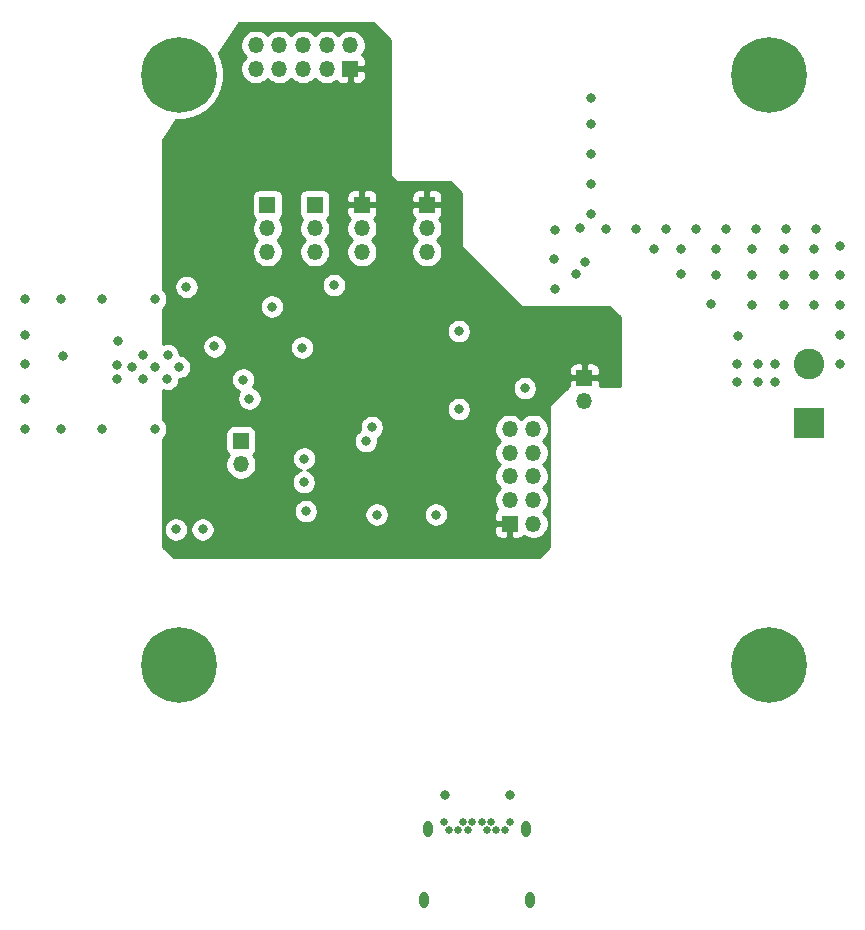
<source format=gbr>
%TF.GenerationSoftware,KiCad,Pcbnew,(5.1.10)-1*%
%TF.CreationDate,2021-07-16T13:03:45+01:00*%
%TF.ProjectId,Abhoinn_IoT_V2,4162686f-696e-46e5-9f49-6f545f56322e,rev?*%
%TF.SameCoordinates,Original*%
%TF.FileFunction,Copper,L3,Inr*%
%TF.FilePolarity,Positive*%
%FSLAX46Y46*%
G04 Gerber Fmt 4.6, Leading zero omitted, Abs format (unit mm)*
G04 Created by KiCad (PCBNEW (5.1.10)-1) date 2021-07-16 13:03:45*
%MOMM*%
%LPD*%
G01*
G04 APERTURE LIST*
%TA.AperFunction,ComponentPad*%
%ADD10C,0.650000*%
%TD*%
%TA.AperFunction,ComponentPad*%
%ADD11O,0.800000X1.400000*%
%TD*%
%TA.AperFunction,ComponentPad*%
%ADD12O,1.350000X1.350000*%
%TD*%
%TA.AperFunction,ComponentPad*%
%ADD13R,1.350000X1.350000*%
%TD*%
%TA.AperFunction,ComponentPad*%
%ADD14C,2.600000*%
%TD*%
%TA.AperFunction,ComponentPad*%
%ADD15R,2.600000X2.600000*%
%TD*%
%TA.AperFunction,ComponentPad*%
%ADD16C,0.800000*%
%TD*%
%TA.AperFunction,ComponentPad*%
%ADD17C,6.400000*%
%TD*%
%TA.AperFunction,ViaPad*%
%ADD18C,0.800000*%
%TD*%
%TA.AperFunction,Conductor*%
%ADD19C,0.254000*%
%TD*%
%TA.AperFunction,Conductor*%
%ADD20C,0.100000*%
%TD*%
G04 APERTURE END LIST*
D10*
%TO.N,N/C*%
%TO.C,P1*%
X154350000Y-119490000D03*
X155150000Y-119490000D03*
X155950000Y-119490000D03*
%TO.N,+5V*%
X157550000Y-119490000D03*
%TO.N,N/C*%
X158350000Y-119490000D03*
X159150000Y-119490000D03*
%TO.N,GND*%
X153950000Y-118790000D03*
%TO.N,Net-(P1-PadA4)*%
X155550000Y-118790000D03*
%TO.N,N/C*%
X156350000Y-118790000D03*
X157150000Y-118790000D03*
%TO.N,Net-(P1-PadA4)*%
X157950000Y-118790000D03*
%TO.N,GND*%
X159550000Y-118790000D03*
D11*
%TO.N,Net-(P1-PadS1)*%
X152260000Y-125340000D03*
X161240000Y-125340000D03*
X160880000Y-119390000D03*
X152620000Y-119390000D03*
%TD*%
D12*
%TO.N,GND*%
%TO.C,JP4*%
X152500000Y-70500000D03*
%TO.N,Net-(D4-Pad2)*%
X152500000Y-68500000D03*
D13*
%TO.N,+3V3*%
X152500000Y-66500000D03*
%TD*%
D12*
%TO.N,GND*%
%TO.C,JP3*%
X147000000Y-70500000D03*
%TO.N,DBG_EN*%
X147000000Y-68500000D03*
D13*
%TO.N,+3V3*%
X147000000Y-66500000D03*
%TD*%
D12*
%TO.N,LED_RX*%
%TO.C,JP2*%
X139000000Y-70500000D03*
%TO.N,RX_LED+DBG_DATA*%
X139000000Y-68500000D03*
D13*
%TO.N,TS_DBG_DATA*%
X139000000Y-66500000D03*
%TD*%
D12*
%TO.N,LED_TX*%
%TO.C,JP1*%
X143000000Y-70500000D03*
%TO.N,TX_LED+DBG_CLK*%
X143000000Y-68500000D03*
D13*
%TO.N,TS_DBG_CLK*%
X143000000Y-66500000D03*
%TD*%
D14*
%TO.N,GND*%
%TO.C,J6*%
X184870000Y-79980000D03*
D15*
%TO.N,+5V*%
X184870000Y-84980000D03*
%TD*%
D12*
%TO.N,RESET_N*%
%TO.C,J4*%
X138000000Y-53000000D03*
%TO.N,GND*%
X138000000Y-55000000D03*
%TO.N,Net-(J4-Pad8)*%
X140000000Y-53000000D03*
%TO.N,Net-(J4-Pad7)*%
X140000000Y-55000000D03*
%TO.N,Net-(J4-Pad6)*%
X142000000Y-53000000D03*
%TO.N,GND*%
X142000000Y-55000000D03*
%TO.N,TS_DBG_CLK*%
X144000000Y-53000000D03*
%TO.N,GND*%
X144000000Y-55000000D03*
%TO.N,TS_DBG_DATA*%
X146000000Y-53000000D03*
D13*
%TO.N,+3V3*%
X146000000Y-55000000D03*
%TD*%
D12*
%TO.N,NRST*%
%TO.C,J3*%
X161500000Y-85500000D03*
%TO.N,GND*%
X159500000Y-85500000D03*
%TO.N,Net-(J3-Pad8)*%
X161500000Y-87500000D03*
%TO.N,Net-(J3-Pad7)*%
X159500000Y-87500000D03*
%TO.N,Net-(J3-Pad6)*%
X161500000Y-89500000D03*
%TO.N,GND*%
X159500000Y-89500000D03*
%TO.N,SWCLK*%
X161500000Y-91500000D03*
%TO.N,GND*%
X159500000Y-91500000D03*
%TO.N,SWDIO*%
X161500000Y-93500000D03*
D13*
%TO.N,+3V3*%
X159500000Y-93500000D03*
%TD*%
D12*
%TO.N,LPUART1_TX*%
%TO.C,J2*%
X136750000Y-88500000D03*
D13*
%TO.N,LPUART1_RX*%
X136750000Y-86500000D03*
%TD*%
D12*
%TO.N,GND*%
%TO.C,J1*%
X165820000Y-83170000D03*
D13*
%TO.N,+3V3*%
X165820000Y-81170000D03*
%TD*%
D16*
%TO.N,GND*%
%TO.C,H4*%
X133197056Y-53802944D03*
X131500000Y-53100000D03*
X129802944Y-53802944D03*
X129100000Y-55500000D03*
X129802944Y-57197056D03*
X131500000Y-57900000D03*
X133197056Y-57197056D03*
X133900000Y-55500000D03*
D17*
X131500000Y-55500000D03*
%TD*%
D16*
%TO.N,GND*%
%TO.C,H3*%
X133197056Y-103802944D03*
X131500000Y-103100000D03*
X129802944Y-103802944D03*
X129100000Y-105500000D03*
X129802944Y-107197056D03*
X131500000Y-107900000D03*
X133197056Y-107197056D03*
X133900000Y-105500000D03*
D17*
X131500000Y-105500000D03*
%TD*%
D16*
%TO.N,GND*%
%TO.C,H2*%
X183197056Y-103802944D03*
X181500000Y-103100000D03*
X179802944Y-103802944D03*
X179100000Y-105500000D03*
X179802944Y-107197056D03*
X181500000Y-107900000D03*
X183197056Y-107197056D03*
X183900000Y-105500000D03*
D17*
X181500000Y-105500000D03*
%TD*%
D16*
%TO.N,GND*%
%TO.C,H1*%
X183197056Y-53802944D03*
X181500000Y-53100000D03*
X179802944Y-53802944D03*
X179100000Y-55500000D03*
X179802944Y-57197056D03*
X181500000Y-57900000D03*
X183197056Y-57197056D03*
X183900000Y-55500000D03*
D17*
X181500000Y-55500000D03*
%TD*%
D18*
%TO.N,GND*%
X142240000Y-92456000D03*
X142070000Y-90000000D03*
X142102000Y-88000000D03*
X132137500Y-73463500D03*
X163322000Y-73660000D03*
X165100000Y-72390000D03*
X165862000Y-71374000D03*
X144626500Y-73326500D03*
X134500000Y-78500000D03*
X133500000Y-94000000D03*
X131250000Y-94000000D03*
X121718600Y-79308220D03*
X127500000Y-80250000D03*
X129500000Y-80250000D03*
X131500000Y-80250000D03*
X130550000Y-79250000D03*
X128450000Y-79250000D03*
X128500000Y-81250000D03*
X130500000Y-81250000D03*
X126325000Y-78075000D03*
X126300000Y-80050000D03*
X126275000Y-81225000D03*
X129500000Y-74500000D03*
X129500000Y-85500000D03*
X118500000Y-85500000D03*
X118500000Y-74500000D03*
X118500000Y-80000000D03*
X118500000Y-77500000D03*
X118500000Y-83000000D03*
X121500000Y-85500000D03*
X125000000Y-85500000D03*
X125000000Y-74500000D03*
X121500000Y-74500000D03*
X159500000Y-116500000D03*
X154000000Y-116500000D03*
X178750000Y-81500000D03*
X178750000Y-80000000D03*
X180500000Y-81500000D03*
X187500000Y-70000000D03*
X187500000Y-72500000D03*
X187500000Y-75000000D03*
X187500000Y-77500000D03*
X187500000Y-80000000D03*
X185420000Y-68580000D03*
X182880000Y-68580000D03*
X180340000Y-68580000D03*
X177800000Y-68580000D03*
X175260000Y-68580000D03*
X172720000Y-68580000D03*
X170180000Y-68580000D03*
X167640000Y-68580000D03*
X166370000Y-67310000D03*
X166370000Y-64770000D03*
X166370000Y-62230000D03*
X166370000Y-59690000D03*
X173990000Y-72390000D03*
X176530000Y-74930000D03*
X178800000Y-77600000D03*
X163350000Y-68650000D03*
X163300000Y-71125000D03*
X166425000Y-57475000D03*
X139362500Y-75137500D03*
X160782000Y-82042000D03*
X182000000Y-81500000D03*
X180500000Y-80000000D03*
X182000000Y-80000000D03*
X185250000Y-72500000D03*
X185250000Y-75000000D03*
X182750000Y-72500000D03*
X182750000Y-75000000D03*
X180000000Y-72500000D03*
X180000000Y-75000000D03*
X177000000Y-72500000D03*
X185250000Y-70250000D03*
X182750000Y-70250000D03*
X180000000Y-70250000D03*
X177000000Y-70250000D03*
X174000000Y-70250000D03*
X171750000Y-70250000D03*
X165500000Y-68500000D03*
%TO.N,+3V3*%
X141732000Y-74168000D03*
X145680000Y-88000000D03*
X145712000Y-90000000D03*
X143256000Y-95504000D03*
X155194000Y-88392000D03*
X166449500Y-75612500D03*
X164000000Y-75600000D03*
X133862500Y-73637500D03*
X137512500Y-76862500D03*
X167500000Y-81000000D03*
X162500000Y-77500000D03*
X164000000Y-77500000D03*
X165500000Y-77500000D03*
X167000000Y-77500000D03*
X167000000Y-79000000D03*
X165500000Y-79000000D03*
X164000000Y-79000000D03*
X168000000Y-80000000D03*
X164000000Y-81000000D03*
X163500000Y-80000000D03*
X160782000Y-78486000D03*
X168000000Y-78000000D03*
X164750000Y-78250000D03*
X166250000Y-78250000D03*
X168250000Y-79000000D03*
X163250000Y-76750000D03*
%TO.N,LPUART1_TX*%
X136940000Y-81320000D03*
%TO.N,LPUART1_RX*%
X137460000Y-82920000D03*
%TO.N,PRESSURE_SDA*%
X155194000Y-77216000D03*
X147828000Y-85344000D03*
%TO.N,PRESSURE_SCL*%
X155194000Y-83820000D03*
X147320000Y-86530000D03*
%TO.N,NRST*%
X141932660Y-78610460D03*
%TO.N,Net-(U2-Pad5)*%
X153250000Y-92750000D03*
%TO.N,Net-(U2-Pad2)*%
X148250000Y-92750000D03*
%TD*%
D19*
%TO.N,+3V3*%
X149373000Y-52552606D02*
X149373000Y-64000000D01*
X149375440Y-64024776D01*
X149382667Y-64048601D01*
X149394403Y-64070557D01*
X149410197Y-64089803D01*
X149910197Y-64589803D01*
X149929443Y-64605597D01*
X149951399Y-64617333D01*
X149975224Y-64624560D01*
X150000000Y-64627000D01*
X154447394Y-64627000D01*
X155373000Y-65552606D01*
X155373000Y-70000000D01*
X155375440Y-70024776D01*
X155382667Y-70048601D01*
X155394403Y-70070557D01*
X155410197Y-70089803D01*
X160410197Y-75089803D01*
X160429443Y-75105597D01*
X160451399Y-75117333D01*
X160475224Y-75124560D01*
X160500000Y-75127000D01*
X167947394Y-75127000D01*
X168873000Y-76052606D01*
X168873000Y-81873000D01*
X167130314Y-81873000D01*
X167133072Y-81845000D01*
X167130000Y-81455750D01*
X166971250Y-81297000D01*
X165947000Y-81297000D01*
X165947000Y-81317000D01*
X165693000Y-81317000D01*
X165693000Y-81297000D01*
X164668750Y-81297000D01*
X164510000Y-81455750D01*
X164506928Y-81845000D01*
X164509686Y-81873000D01*
X164500000Y-81873000D01*
X164475224Y-81875440D01*
X164451399Y-81882667D01*
X164429443Y-81894403D01*
X164410197Y-81910197D01*
X162910197Y-83410197D01*
X162894403Y-83429443D01*
X162882667Y-83451399D01*
X162875440Y-83475224D01*
X162873000Y-83500000D01*
X162873000Y-95447394D01*
X161947394Y-96373000D01*
X131052606Y-96373000D01*
X130127000Y-95447394D01*
X130127000Y-93898061D01*
X130215000Y-93898061D01*
X130215000Y-94101939D01*
X130254774Y-94301898D01*
X130332795Y-94490256D01*
X130446063Y-94659774D01*
X130590226Y-94803937D01*
X130759744Y-94917205D01*
X130948102Y-94995226D01*
X131148061Y-95035000D01*
X131351939Y-95035000D01*
X131551898Y-94995226D01*
X131740256Y-94917205D01*
X131909774Y-94803937D01*
X132053937Y-94659774D01*
X132167205Y-94490256D01*
X132245226Y-94301898D01*
X132285000Y-94101939D01*
X132285000Y-93898061D01*
X132465000Y-93898061D01*
X132465000Y-94101939D01*
X132504774Y-94301898D01*
X132582795Y-94490256D01*
X132696063Y-94659774D01*
X132840226Y-94803937D01*
X133009744Y-94917205D01*
X133198102Y-94995226D01*
X133398061Y-95035000D01*
X133601939Y-95035000D01*
X133801898Y-94995226D01*
X133990256Y-94917205D01*
X134159774Y-94803937D01*
X134303937Y-94659774D01*
X134417205Y-94490256D01*
X134495226Y-94301898D01*
X134520467Y-94175000D01*
X158186928Y-94175000D01*
X158199188Y-94299482D01*
X158235498Y-94419180D01*
X158294463Y-94529494D01*
X158373815Y-94626185D01*
X158470506Y-94705537D01*
X158580820Y-94764502D01*
X158700518Y-94800812D01*
X158825000Y-94813072D01*
X159214250Y-94810000D01*
X159373000Y-94651250D01*
X159373000Y-93627000D01*
X158348750Y-93627000D01*
X158190000Y-93785750D01*
X158186928Y-94175000D01*
X134520467Y-94175000D01*
X134535000Y-94101939D01*
X134535000Y-93898061D01*
X134495226Y-93698102D01*
X134417205Y-93509744D01*
X134303937Y-93340226D01*
X134159774Y-93196063D01*
X133990256Y-93082795D01*
X133801898Y-93004774D01*
X133601939Y-92965000D01*
X133398061Y-92965000D01*
X133198102Y-93004774D01*
X133009744Y-93082795D01*
X132840226Y-93196063D01*
X132696063Y-93340226D01*
X132582795Y-93509744D01*
X132504774Y-93698102D01*
X132465000Y-93898061D01*
X132285000Y-93898061D01*
X132245226Y-93698102D01*
X132167205Y-93509744D01*
X132053937Y-93340226D01*
X131909774Y-93196063D01*
X131740256Y-93082795D01*
X131551898Y-93004774D01*
X131351939Y-92965000D01*
X131148061Y-92965000D01*
X130948102Y-93004774D01*
X130759744Y-93082795D01*
X130590226Y-93196063D01*
X130446063Y-93340226D01*
X130332795Y-93509744D01*
X130254774Y-93698102D01*
X130215000Y-93898061D01*
X130127000Y-93898061D01*
X130127000Y-92354061D01*
X141205000Y-92354061D01*
X141205000Y-92557939D01*
X141244774Y-92757898D01*
X141322795Y-92946256D01*
X141436063Y-93115774D01*
X141580226Y-93259937D01*
X141749744Y-93373205D01*
X141938102Y-93451226D01*
X142138061Y-93491000D01*
X142341939Y-93491000D01*
X142541898Y-93451226D01*
X142730256Y-93373205D01*
X142899774Y-93259937D01*
X143043937Y-93115774D01*
X143157205Y-92946256D01*
X143235226Y-92757898D01*
X143257073Y-92648061D01*
X147215000Y-92648061D01*
X147215000Y-92851939D01*
X147254774Y-93051898D01*
X147332795Y-93240256D01*
X147446063Y-93409774D01*
X147590226Y-93553937D01*
X147759744Y-93667205D01*
X147948102Y-93745226D01*
X148148061Y-93785000D01*
X148351939Y-93785000D01*
X148551898Y-93745226D01*
X148740256Y-93667205D01*
X148909774Y-93553937D01*
X149053937Y-93409774D01*
X149167205Y-93240256D01*
X149245226Y-93051898D01*
X149285000Y-92851939D01*
X149285000Y-92648061D01*
X152215000Y-92648061D01*
X152215000Y-92851939D01*
X152254774Y-93051898D01*
X152332795Y-93240256D01*
X152446063Y-93409774D01*
X152590226Y-93553937D01*
X152759744Y-93667205D01*
X152948102Y-93745226D01*
X153148061Y-93785000D01*
X153351939Y-93785000D01*
X153551898Y-93745226D01*
X153740256Y-93667205D01*
X153909774Y-93553937D01*
X154053937Y-93409774D01*
X154167205Y-93240256D01*
X154245226Y-93051898D01*
X154285000Y-92851939D01*
X154285000Y-92825000D01*
X158186928Y-92825000D01*
X158190000Y-93214250D01*
X158348750Y-93373000D01*
X159373000Y-93373000D01*
X159373000Y-93353000D01*
X159627000Y-93353000D01*
X159627000Y-93373000D01*
X159647000Y-93373000D01*
X159647000Y-93627000D01*
X159627000Y-93627000D01*
X159627000Y-94651250D01*
X159785750Y-94810000D01*
X160175000Y-94813072D01*
X160299482Y-94800812D01*
X160419180Y-94764502D01*
X160529494Y-94705537D01*
X160626185Y-94626185D01*
X160697487Y-94539303D01*
X160879482Y-94660907D01*
X161117887Y-94759658D01*
X161370976Y-94810000D01*
X161629024Y-94810000D01*
X161882113Y-94759658D01*
X162120518Y-94660907D01*
X162335077Y-94517544D01*
X162517544Y-94335077D01*
X162660907Y-94120518D01*
X162759658Y-93882113D01*
X162810000Y-93629024D01*
X162810000Y-93370976D01*
X162759658Y-93117887D01*
X162660907Y-92879482D01*
X162517544Y-92664923D01*
X162352621Y-92500000D01*
X162517544Y-92335077D01*
X162660907Y-92120518D01*
X162759658Y-91882113D01*
X162810000Y-91629024D01*
X162810000Y-91370976D01*
X162759658Y-91117887D01*
X162660907Y-90879482D01*
X162517544Y-90664923D01*
X162352621Y-90500000D01*
X162517544Y-90335077D01*
X162660907Y-90120518D01*
X162759658Y-89882113D01*
X162810000Y-89629024D01*
X162810000Y-89370976D01*
X162759658Y-89117887D01*
X162660907Y-88879482D01*
X162517544Y-88664923D01*
X162352621Y-88500000D01*
X162517544Y-88335077D01*
X162660907Y-88120518D01*
X162759658Y-87882113D01*
X162810000Y-87629024D01*
X162810000Y-87370976D01*
X162759658Y-87117887D01*
X162660907Y-86879482D01*
X162517544Y-86664923D01*
X162352621Y-86500000D01*
X162517544Y-86335077D01*
X162660907Y-86120518D01*
X162759658Y-85882113D01*
X162810000Y-85629024D01*
X162810000Y-85370976D01*
X162759658Y-85117887D01*
X162660907Y-84879482D01*
X162517544Y-84664923D01*
X162335077Y-84482456D01*
X162120518Y-84339093D01*
X161882113Y-84240342D01*
X161629024Y-84190000D01*
X161370976Y-84190000D01*
X161117887Y-84240342D01*
X160879482Y-84339093D01*
X160664923Y-84482456D01*
X160500000Y-84647379D01*
X160335077Y-84482456D01*
X160120518Y-84339093D01*
X159882113Y-84240342D01*
X159629024Y-84190000D01*
X159370976Y-84190000D01*
X159117887Y-84240342D01*
X158879482Y-84339093D01*
X158664923Y-84482456D01*
X158482456Y-84664923D01*
X158339093Y-84879482D01*
X158240342Y-85117887D01*
X158190000Y-85370976D01*
X158190000Y-85629024D01*
X158240342Y-85882113D01*
X158339093Y-86120518D01*
X158482456Y-86335077D01*
X158647379Y-86500000D01*
X158482456Y-86664923D01*
X158339093Y-86879482D01*
X158240342Y-87117887D01*
X158190000Y-87370976D01*
X158190000Y-87629024D01*
X158240342Y-87882113D01*
X158339093Y-88120518D01*
X158482456Y-88335077D01*
X158647379Y-88500000D01*
X158482456Y-88664923D01*
X158339093Y-88879482D01*
X158240342Y-89117887D01*
X158190000Y-89370976D01*
X158190000Y-89629024D01*
X158240342Y-89882113D01*
X158339093Y-90120518D01*
X158482456Y-90335077D01*
X158647379Y-90500000D01*
X158482456Y-90664923D01*
X158339093Y-90879482D01*
X158240342Y-91117887D01*
X158190000Y-91370976D01*
X158190000Y-91629024D01*
X158240342Y-91882113D01*
X158339093Y-92120518D01*
X158460697Y-92302513D01*
X158373815Y-92373815D01*
X158294463Y-92470506D01*
X158235498Y-92580820D01*
X158199188Y-92700518D01*
X158186928Y-92825000D01*
X154285000Y-92825000D01*
X154285000Y-92648061D01*
X154245226Y-92448102D01*
X154167205Y-92259744D01*
X154053937Y-92090226D01*
X153909774Y-91946063D01*
X153740256Y-91832795D01*
X153551898Y-91754774D01*
X153351939Y-91715000D01*
X153148061Y-91715000D01*
X152948102Y-91754774D01*
X152759744Y-91832795D01*
X152590226Y-91946063D01*
X152446063Y-92090226D01*
X152332795Y-92259744D01*
X152254774Y-92448102D01*
X152215000Y-92648061D01*
X149285000Y-92648061D01*
X149245226Y-92448102D01*
X149167205Y-92259744D01*
X149053937Y-92090226D01*
X148909774Y-91946063D01*
X148740256Y-91832795D01*
X148551898Y-91754774D01*
X148351939Y-91715000D01*
X148148061Y-91715000D01*
X147948102Y-91754774D01*
X147759744Y-91832795D01*
X147590226Y-91946063D01*
X147446063Y-92090226D01*
X147332795Y-92259744D01*
X147254774Y-92448102D01*
X147215000Y-92648061D01*
X143257073Y-92648061D01*
X143275000Y-92557939D01*
X143275000Y-92354061D01*
X143235226Y-92154102D01*
X143157205Y-91965744D01*
X143043937Y-91796226D01*
X142899774Y-91652063D01*
X142730256Y-91538795D01*
X142541898Y-91460774D01*
X142341939Y-91421000D01*
X142138061Y-91421000D01*
X141938102Y-91460774D01*
X141749744Y-91538795D01*
X141580226Y-91652063D01*
X141436063Y-91796226D01*
X141322795Y-91965744D01*
X141244774Y-92154102D01*
X141205000Y-92354061D01*
X130127000Y-92354061D01*
X130127000Y-89898061D01*
X141035000Y-89898061D01*
X141035000Y-90101939D01*
X141074774Y-90301898D01*
X141152795Y-90490256D01*
X141266063Y-90659774D01*
X141410226Y-90803937D01*
X141579744Y-90917205D01*
X141768102Y-90995226D01*
X141968061Y-91035000D01*
X142171939Y-91035000D01*
X142371898Y-90995226D01*
X142560256Y-90917205D01*
X142729774Y-90803937D01*
X142873937Y-90659774D01*
X142987205Y-90490256D01*
X143065226Y-90301898D01*
X143105000Y-90101939D01*
X143105000Y-89898061D01*
X143065226Y-89698102D01*
X142987205Y-89509744D01*
X142873937Y-89340226D01*
X142729774Y-89196063D01*
X142560256Y-89082795D01*
X142371898Y-89004774D01*
X142363897Y-89003183D01*
X142403898Y-88995226D01*
X142592256Y-88917205D01*
X142761774Y-88803937D01*
X142905937Y-88659774D01*
X143019205Y-88490256D01*
X143097226Y-88301898D01*
X143137000Y-88101939D01*
X143137000Y-87898061D01*
X143097226Y-87698102D01*
X143019205Y-87509744D01*
X142905937Y-87340226D01*
X142761774Y-87196063D01*
X142592256Y-87082795D01*
X142403898Y-87004774D01*
X142203939Y-86965000D01*
X142000061Y-86965000D01*
X141800102Y-87004774D01*
X141611744Y-87082795D01*
X141442226Y-87196063D01*
X141298063Y-87340226D01*
X141184795Y-87509744D01*
X141106774Y-87698102D01*
X141067000Y-87898061D01*
X141067000Y-88101939D01*
X141106774Y-88301898D01*
X141184795Y-88490256D01*
X141298063Y-88659774D01*
X141442226Y-88803937D01*
X141611744Y-88917205D01*
X141800102Y-88995226D01*
X141808103Y-88996817D01*
X141768102Y-89004774D01*
X141579744Y-89082795D01*
X141410226Y-89196063D01*
X141266063Y-89340226D01*
X141152795Y-89509744D01*
X141074774Y-89698102D01*
X141035000Y-89898061D01*
X130127000Y-89898061D01*
X130127000Y-86325836D01*
X130159774Y-86303937D01*
X130303937Y-86159774D01*
X130417205Y-85990256D01*
X130485656Y-85825000D01*
X135436928Y-85825000D01*
X135436928Y-87175000D01*
X135449188Y-87299482D01*
X135485498Y-87419180D01*
X135544463Y-87529494D01*
X135623815Y-87626185D01*
X135710697Y-87697487D01*
X135589093Y-87879482D01*
X135490342Y-88117887D01*
X135440000Y-88370976D01*
X135440000Y-88629024D01*
X135490342Y-88882113D01*
X135589093Y-89120518D01*
X135732456Y-89335077D01*
X135914923Y-89517544D01*
X136129482Y-89660907D01*
X136367887Y-89759658D01*
X136620976Y-89810000D01*
X136879024Y-89810000D01*
X137132113Y-89759658D01*
X137370518Y-89660907D01*
X137585077Y-89517544D01*
X137767544Y-89335077D01*
X137910907Y-89120518D01*
X138009658Y-88882113D01*
X138060000Y-88629024D01*
X138060000Y-88370976D01*
X138009658Y-88117887D01*
X137910907Y-87879482D01*
X137789303Y-87697487D01*
X137876185Y-87626185D01*
X137955537Y-87529494D01*
X138014502Y-87419180D01*
X138050812Y-87299482D01*
X138063072Y-87175000D01*
X138063072Y-86428061D01*
X146285000Y-86428061D01*
X146285000Y-86631939D01*
X146324774Y-86831898D01*
X146402795Y-87020256D01*
X146516063Y-87189774D01*
X146660226Y-87333937D01*
X146829744Y-87447205D01*
X147018102Y-87525226D01*
X147218061Y-87565000D01*
X147421939Y-87565000D01*
X147621898Y-87525226D01*
X147810256Y-87447205D01*
X147979774Y-87333937D01*
X148123937Y-87189774D01*
X148237205Y-87020256D01*
X148315226Y-86831898D01*
X148355000Y-86631939D01*
X148355000Y-86428061D01*
X148321394Y-86259109D01*
X148487774Y-86147937D01*
X148631937Y-86003774D01*
X148745205Y-85834256D01*
X148823226Y-85645898D01*
X148863000Y-85445939D01*
X148863000Y-85242061D01*
X148823226Y-85042102D01*
X148745205Y-84853744D01*
X148631937Y-84684226D01*
X148487774Y-84540063D01*
X148318256Y-84426795D01*
X148129898Y-84348774D01*
X147929939Y-84309000D01*
X147726061Y-84309000D01*
X147526102Y-84348774D01*
X147337744Y-84426795D01*
X147168226Y-84540063D01*
X147024063Y-84684226D01*
X146910795Y-84853744D01*
X146832774Y-85042102D01*
X146793000Y-85242061D01*
X146793000Y-85445939D01*
X146826606Y-85614891D01*
X146660226Y-85726063D01*
X146516063Y-85870226D01*
X146402795Y-86039744D01*
X146324774Y-86228102D01*
X146285000Y-86428061D01*
X138063072Y-86428061D01*
X138063072Y-85825000D01*
X138050812Y-85700518D01*
X138014502Y-85580820D01*
X137955537Y-85470506D01*
X137876185Y-85373815D01*
X137779494Y-85294463D01*
X137669180Y-85235498D01*
X137549482Y-85199188D01*
X137425000Y-85186928D01*
X136075000Y-85186928D01*
X135950518Y-85199188D01*
X135830820Y-85235498D01*
X135720506Y-85294463D01*
X135623815Y-85373815D01*
X135544463Y-85470506D01*
X135485498Y-85580820D01*
X135449188Y-85700518D01*
X135436928Y-85825000D01*
X130485656Y-85825000D01*
X130495226Y-85801898D01*
X130535000Y-85601939D01*
X130535000Y-85398061D01*
X130495226Y-85198102D01*
X130417205Y-85009744D01*
X130303937Y-84840226D01*
X130159774Y-84696063D01*
X130127000Y-84674164D01*
X130127000Y-82215774D01*
X130198102Y-82245226D01*
X130398061Y-82285000D01*
X130601939Y-82285000D01*
X130801898Y-82245226D01*
X130990256Y-82167205D01*
X131159774Y-82053937D01*
X131303937Y-81909774D01*
X131417205Y-81740256D01*
X131495226Y-81551898D01*
X131535000Y-81351939D01*
X131535000Y-81285000D01*
X131601939Y-81285000D01*
X131801898Y-81245226D01*
X131867479Y-81218061D01*
X135905000Y-81218061D01*
X135905000Y-81421939D01*
X135944774Y-81621898D01*
X136022795Y-81810256D01*
X136136063Y-81979774D01*
X136280226Y-82123937D01*
X136449744Y-82237205D01*
X136623386Y-82309130D01*
X136542795Y-82429744D01*
X136464774Y-82618102D01*
X136425000Y-82818061D01*
X136425000Y-83021939D01*
X136464774Y-83221898D01*
X136542795Y-83410256D01*
X136656063Y-83579774D01*
X136800226Y-83723937D01*
X136969744Y-83837205D01*
X137158102Y-83915226D01*
X137358061Y-83955000D01*
X137561939Y-83955000D01*
X137761898Y-83915226D01*
X137950256Y-83837205D01*
X138119774Y-83723937D01*
X138125650Y-83718061D01*
X154159000Y-83718061D01*
X154159000Y-83921939D01*
X154198774Y-84121898D01*
X154276795Y-84310256D01*
X154390063Y-84479774D01*
X154534226Y-84623937D01*
X154703744Y-84737205D01*
X154892102Y-84815226D01*
X155092061Y-84855000D01*
X155295939Y-84855000D01*
X155495898Y-84815226D01*
X155684256Y-84737205D01*
X155853774Y-84623937D01*
X155997937Y-84479774D01*
X156111205Y-84310256D01*
X156189226Y-84121898D01*
X156229000Y-83921939D01*
X156229000Y-83718061D01*
X156189226Y-83518102D01*
X156111205Y-83329744D01*
X155997937Y-83160226D01*
X155853774Y-83016063D01*
X155684256Y-82902795D01*
X155495898Y-82824774D01*
X155295939Y-82785000D01*
X155092061Y-82785000D01*
X154892102Y-82824774D01*
X154703744Y-82902795D01*
X154534226Y-83016063D01*
X154390063Y-83160226D01*
X154276795Y-83329744D01*
X154198774Y-83518102D01*
X154159000Y-83718061D01*
X138125650Y-83718061D01*
X138263937Y-83579774D01*
X138377205Y-83410256D01*
X138455226Y-83221898D01*
X138495000Y-83021939D01*
X138495000Y-82818061D01*
X138455226Y-82618102D01*
X138377205Y-82429744D01*
X138263937Y-82260226D01*
X138119774Y-82116063D01*
X137950256Y-82002795D01*
X137798803Y-81940061D01*
X159747000Y-81940061D01*
X159747000Y-82143939D01*
X159786774Y-82343898D01*
X159864795Y-82532256D01*
X159978063Y-82701774D01*
X160122226Y-82845937D01*
X160291744Y-82959205D01*
X160480102Y-83037226D01*
X160680061Y-83077000D01*
X160883939Y-83077000D01*
X161083898Y-83037226D01*
X161272256Y-82959205D01*
X161441774Y-82845937D01*
X161585937Y-82701774D01*
X161699205Y-82532256D01*
X161777226Y-82343898D01*
X161817000Y-82143939D01*
X161817000Y-81940061D01*
X161777226Y-81740102D01*
X161699205Y-81551744D01*
X161585937Y-81382226D01*
X161441774Y-81238063D01*
X161272256Y-81124795D01*
X161083898Y-81046774D01*
X160883939Y-81007000D01*
X160680061Y-81007000D01*
X160480102Y-81046774D01*
X160291744Y-81124795D01*
X160122226Y-81238063D01*
X159978063Y-81382226D01*
X159864795Y-81551744D01*
X159786774Y-81740102D01*
X159747000Y-81940061D01*
X137798803Y-81940061D01*
X137776614Y-81930870D01*
X137857205Y-81810256D01*
X137935226Y-81621898D01*
X137975000Y-81421939D01*
X137975000Y-81218061D01*
X137935226Y-81018102D01*
X137857205Y-80829744D01*
X137743937Y-80660226D01*
X137599774Y-80516063D01*
X137568251Y-80495000D01*
X164506928Y-80495000D01*
X164510000Y-80884250D01*
X164668750Y-81043000D01*
X165693000Y-81043000D01*
X165693000Y-80018750D01*
X165947000Y-80018750D01*
X165947000Y-81043000D01*
X166971250Y-81043000D01*
X167130000Y-80884250D01*
X167133072Y-80495000D01*
X167120812Y-80370518D01*
X167084502Y-80250820D01*
X167025537Y-80140506D01*
X166946185Y-80043815D01*
X166849494Y-79964463D01*
X166739180Y-79905498D01*
X166619482Y-79869188D01*
X166495000Y-79856928D01*
X166105750Y-79860000D01*
X165947000Y-80018750D01*
X165693000Y-80018750D01*
X165534250Y-79860000D01*
X165145000Y-79856928D01*
X165020518Y-79869188D01*
X164900820Y-79905498D01*
X164790506Y-79964463D01*
X164693815Y-80043815D01*
X164614463Y-80140506D01*
X164555498Y-80250820D01*
X164519188Y-80370518D01*
X164506928Y-80495000D01*
X137568251Y-80495000D01*
X137430256Y-80402795D01*
X137241898Y-80324774D01*
X137041939Y-80285000D01*
X136838061Y-80285000D01*
X136638102Y-80324774D01*
X136449744Y-80402795D01*
X136280226Y-80516063D01*
X136136063Y-80660226D01*
X136022795Y-80829744D01*
X135944774Y-81018102D01*
X135905000Y-81218061D01*
X131867479Y-81218061D01*
X131990256Y-81167205D01*
X132159774Y-81053937D01*
X132303937Y-80909774D01*
X132417205Y-80740256D01*
X132495226Y-80551898D01*
X132535000Y-80351939D01*
X132535000Y-80148061D01*
X132495226Y-79948102D01*
X132417205Y-79759744D01*
X132303937Y-79590226D01*
X132159774Y-79446063D01*
X131990256Y-79332795D01*
X131801898Y-79254774D01*
X131601939Y-79215000D01*
X131585000Y-79215000D01*
X131585000Y-79148061D01*
X131545226Y-78948102D01*
X131467205Y-78759744D01*
X131353937Y-78590226D01*
X131209774Y-78446063D01*
X131137934Y-78398061D01*
X133465000Y-78398061D01*
X133465000Y-78601939D01*
X133504774Y-78801898D01*
X133582795Y-78990256D01*
X133696063Y-79159774D01*
X133840226Y-79303937D01*
X134009744Y-79417205D01*
X134198102Y-79495226D01*
X134398061Y-79535000D01*
X134601939Y-79535000D01*
X134801898Y-79495226D01*
X134990256Y-79417205D01*
X135159774Y-79303937D01*
X135303937Y-79159774D01*
X135417205Y-78990256D01*
X135495226Y-78801898D01*
X135535000Y-78601939D01*
X135535000Y-78508521D01*
X140897660Y-78508521D01*
X140897660Y-78712399D01*
X140937434Y-78912358D01*
X141015455Y-79100716D01*
X141128723Y-79270234D01*
X141272886Y-79414397D01*
X141442404Y-79527665D01*
X141630762Y-79605686D01*
X141830721Y-79645460D01*
X142034599Y-79645460D01*
X142234558Y-79605686D01*
X142422916Y-79527665D01*
X142592434Y-79414397D01*
X142736597Y-79270234D01*
X142849865Y-79100716D01*
X142927886Y-78912358D01*
X142967660Y-78712399D01*
X142967660Y-78508521D01*
X142927886Y-78308562D01*
X142849865Y-78120204D01*
X142736597Y-77950686D01*
X142592434Y-77806523D01*
X142422916Y-77693255D01*
X142234558Y-77615234D01*
X142034599Y-77575460D01*
X141830721Y-77575460D01*
X141630762Y-77615234D01*
X141442404Y-77693255D01*
X141272886Y-77806523D01*
X141128723Y-77950686D01*
X141015455Y-78120204D01*
X140937434Y-78308562D01*
X140897660Y-78508521D01*
X135535000Y-78508521D01*
X135535000Y-78398061D01*
X135495226Y-78198102D01*
X135417205Y-78009744D01*
X135303937Y-77840226D01*
X135159774Y-77696063D01*
X134990256Y-77582795D01*
X134801898Y-77504774D01*
X134601939Y-77465000D01*
X134398061Y-77465000D01*
X134198102Y-77504774D01*
X134009744Y-77582795D01*
X133840226Y-77696063D01*
X133696063Y-77840226D01*
X133582795Y-78009744D01*
X133504774Y-78198102D01*
X133465000Y-78398061D01*
X131137934Y-78398061D01*
X131040256Y-78332795D01*
X130851898Y-78254774D01*
X130651939Y-78215000D01*
X130448061Y-78215000D01*
X130248102Y-78254774D01*
X130127000Y-78304936D01*
X130127000Y-77114061D01*
X154159000Y-77114061D01*
X154159000Y-77317939D01*
X154198774Y-77517898D01*
X154276795Y-77706256D01*
X154390063Y-77875774D01*
X154534226Y-78019937D01*
X154703744Y-78133205D01*
X154892102Y-78211226D01*
X155092061Y-78251000D01*
X155295939Y-78251000D01*
X155495898Y-78211226D01*
X155684256Y-78133205D01*
X155853774Y-78019937D01*
X155997937Y-77875774D01*
X156111205Y-77706256D01*
X156189226Y-77517898D01*
X156229000Y-77317939D01*
X156229000Y-77114061D01*
X156189226Y-76914102D01*
X156111205Y-76725744D01*
X155997937Y-76556226D01*
X155853774Y-76412063D01*
X155684256Y-76298795D01*
X155495898Y-76220774D01*
X155295939Y-76181000D01*
X155092061Y-76181000D01*
X154892102Y-76220774D01*
X154703744Y-76298795D01*
X154534226Y-76412063D01*
X154390063Y-76556226D01*
X154276795Y-76725744D01*
X154198774Y-76914102D01*
X154159000Y-77114061D01*
X130127000Y-77114061D01*
X130127000Y-75325836D01*
X130159774Y-75303937D01*
X130303937Y-75159774D01*
X130386933Y-75035561D01*
X138327500Y-75035561D01*
X138327500Y-75239439D01*
X138367274Y-75439398D01*
X138445295Y-75627756D01*
X138558563Y-75797274D01*
X138702726Y-75941437D01*
X138872244Y-76054705D01*
X139060602Y-76132726D01*
X139260561Y-76172500D01*
X139464439Y-76172500D01*
X139664398Y-76132726D01*
X139852756Y-76054705D01*
X140022274Y-75941437D01*
X140166437Y-75797274D01*
X140279705Y-75627756D01*
X140357726Y-75439398D01*
X140397500Y-75239439D01*
X140397500Y-75035561D01*
X140357726Y-74835602D01*
X140279705Y-74647244D01*
X140166437Y-74477726D01*
X140022274Y-74333563D01*
X139852756Y-74220295D01*
X139664398Y-74142274D01*
X139464439Y-74102500D01*
X139260561Y-74102500D01*
X139060602Y-74142274D01*
X138872244Y-74220295D01*
X138702726Y-74333563D01*
X138558563Y-74477726D01*
X138445295Y-74647244D01*
X138367274Y-74835602D01*
X138327500Y-75035561D01*
X130386933Y-75035561D01*
X130417205Y-74990256D01*
X130495226Y-74801898D01*
X130535000Y-74601939D01*
X130535000Y-74398061D01*
X130495226Y-74198102D01*
X130417205Y-74009744D01*
X130303937Y-73840226D01*
X130159774Y-73696063D01*
X130127000Y-73674164D01*
X130127000Y-73361561D01*
X131102500Y-73361561D01*
X131102500Y-73565439D01*
X131142274Y-73765398D01*
X131220295Y-73953756D01*
X131333563Y-74123274D01*
X131477726Y-74267437D01*
X131647244Y-74380705D01*
X131835602Y-74458726D01*
X132035561Y-74498500D01*
X132239439Y-74498500D01*
X132439398Y-74458726D01*
X132627756Y-74380705D01*
X132797274Y-74267437D01*
X132941437Y-74123274D01*
X133054705Y-73953756D01*
X133132726Y-73765398D01*
X133172500Y-73565439D01*
X133172500Y-73361561D01*
X133145250Y-73224561D01*
X143591500Y-73224561D01*
X143591500Y-73428439D01*
X143631274Y-73628398D01*
X143709295Y-73816756D01*
X143822563Y-73986274D01*
X143966726Y-74130437D01*
X144136244Y-74243705D01*
X144324602Y-74321726D01*
X144524561Y-74361500D01*
X144728439Y-74361500D01*
X144928398Y-74321726D01*
X145116756Y-74243705D01*
X145286274Y-74130437D01*
X145430437Y-73986274D01*
X145543705Y-73816756D01*
X145621726Y-73628398D01*
X145661500Y-73428439D01*
X145661500Y-73224561D01*
X145621726Y-73024602D01*
X145543705Y-72836244D01*
X145430437Y-72666726D01*
X145286274Y-72522563D01*
X145116756Y-72409295D01*
X144928398Y-72331274D01*
X144728439Y-72291500D01*
X144524561Y-72291500D01*
X144324602Y-72331274D01*
X144136244Y-72409295D01*
X143966726Y-72522563D01*
X143822563Y-72666726D01*
X143709295Y-72836244D01*
X143631274Y-73024602D01*
X143591500Y-73224561D01*
X133145250Y-73224561D01*
X133132726Y-73161602D01*
X133054705Y-72973244D01*
X132941437Y-72803726D01*
X132797274Y-72659563D01*
X132627756Y-72546295D01*
X132439398Y-72468274D01*
X132239439Y-72428500D01*
X132035561Y-72428500D01*
X131835602Y-72468274D01*
X131647244Y-72546295D01*
X131477726Y-72659563D01*
X131333563Y-72803726D01*
X131220295Y-72973244D01*
X131142274Y-73161602D01*
X131102500Y-73361561D01*
X130127000Y-73361561D01*
X130127000Y-65825000D01*
X137686928Y-65825000D01*
X137686928Y-67175000D01*
X137699188Y-67299482D01*
X137735498Y-67419180D01*
X137794463Y-67529494D01*
X137873815Y-67626185D01*
X137960697Y-67697487D01*
X137839093Y-67879482D01*
X137740342Y-68117887D01*
X137690000Y-68370976D01*
X137690000Y-68629024D01*
X137740342Y-68882113D01*
X137839093Y-69120518D01*
X137982456Y-69335077D01*
X138147379Y-69500000D01*
X137982456Y-69664923D01*
X137839093Y-69879482D01*
X137740342Y-70117887D01*
X137690000Y-70370976D01*
X137690000Y-70629024D01*
X137740342Y-70882113D01*
X137839093Y-71120518D01*
X137982456Y-71335077D01*
X138164923Y-71517544D01*
X138379482Y-71660907D01*
X138617887Y-71759658D01*
X138870976Y-71810000D01*
X139129024Y-71810000D01*
X139382113Y-71759658D01*
X139620518Y-71660907D01*
X139835077Y-71517544D01*
X140017544Y-71335077D01*
X140160907Y-71120518D01*
X140259658Y-70882113D01*
X140310000Y-70629024D01*
X140310000Y-70370976D01*
X140259658Y-70117887D01*
X140160907Y-69879482D01*
X140017544Y-69664923D01*
X139852621Y-69500000D01*
X140017544Y-69335077D01*
X140160907Y-69120518D01*
X140259658Y-68882113D01*
X140310000Y-68629024D01*
X140310000Y-68370976D01*
X140259658Y-68117887D01*
X140160907Y-67879482D01*
X140039303Y-67697487D01*
X140126185Y-67626185D01*
X140205537Y-67529494D01*
X140264502Y-67419180D01*
X140300812Y-67299482D01*
X140313072Y-67175000D01*
X140313072Y-65825000D01*
X141686928Y-65825000D01*
X141686928Y-67175000D01*
X141699188Y-67299482D01*
X141735498Y-67419180D01*
X141794463Y-67529494D01*
X141873815Y-67626185D01*
X141960697Y-67697487D01*
X141839093Y-67879482D01*
X141740342Y-68117887D01*
X141690000Y-68370976D01*
X141690000Y-68629024D01*
X141740342Y-68882113D01*
X141839093Y-69120518D01*
X141982456Y-69335077D01*
X142147379Y-69500000D01*
X141982456Y-69664923D01*
X141839093Y-69879482D01*
X141740342Y-70117887D01*
X141690000Y-70370976D01*
X141690000Y-70629024D01*
X141740342Y-70882113D01*
X141839093Y-71120518D01*
X141982456Y-71335077D01*
X142164923Y-71517544D01*
X142379482Y-71660907D01*
X142617887Y-71759658D01*
X142870976Y-71810000D01*
X143129024Y-71810000D01*
X143382113Y-71759658D01*
X143620518Y-71660907D01*
X143835077Y-71517544D01*
X144017544Y-71335077D01*
X144160907Y-71120518D01*
X144259658Y-70882113D01*
X144310000Y-70629024D01*
X144310000Y-70370976D01*
X144259658Y-70117887D01*
X144160907Y-69879482D01*
X144017544Y-69664923D01*
X143852621Y-69500000D01*
X144017544Y-69335077D01*
X144160907Y-69120518D01*
X144259658Y-68882113D01*
X144310000Y-68629024D01*
X144310000Y-68370976D01*
X144259658Y-68117887D01*
X144160907Y-67879482D01*
X144039303Y-67697487D01*
X144126185Y-67626185D01*
X144205537Y-67529494D01*
X144264502Y-67419180D01*
X144300812Y-67299482D01*
X144313072Y-67175000D01*
X145686928Y-67175000D01*
X145699188Y-67299482D01*
X145735498Y-67419180D01*
X145794463Y-67529494D01*
X145873815Y-67626185D01*
X145960697Y-67697487D01*
X145839093Y-67879482D01*
X145740342Y-68117887D01*
X145690000Y-68370976D01*
X145690000Y-68629024D01*
X145740342Y-68882113D01*
X145839093Y-69120518D01*
X145982456Y-69335077D01*
X146147379Y-69500000D01*
X145982456Y-69664923D01*
X145839093Y-69879482D01*
X145740342Y-70117887D01*
X145690000Y-70370976D01*
X145690000Y-70629024D01*
X145740342Y-70882113D01*
X145839093Y-71120518D01*
X145982456Y-71335077D01*
X146164923Y-71517544D01*
X146379482Y-71660907D01*
X146617887Y-71759658D01*
X146870976Y-71810000D01*
X147129024Y-71810000D01*
X147382113Y-71759658D01*
X147620518Y-71660907D01*
X147835077Y-71517544D01*
X148017544Y-71335077D01*
X148160907Y-71120518D01*
X148259658Y-70882113D01*
X148310000Y-70629024D01*
X148310000Y-70370976D01*
X148259658Y-70117887D01*
X148160907Y-69879482D01*
X148017544Y-69664923D01*
X147852621Y-69500000D01*
X148017544Y-69335077D01*
X148160907Y-69120518D01*
X148259658Y-68882113D01*
X148310000Y-68629024D01*
X148310000Y-68370976D01*
X148259658Y-68117887D01*
X148160907Y-67879482D01*
X148039303Y-67697487D01*
X148126185Y-67626185D01*
X148205537Y-67529494D01*
X148264502Y-67419180D01*
X148300812Y-67299482D01*
X148313072Y-67175000D01*
X151186928Y-67175000D01*
X151199188Y-67299482D01*
X151235498Y-67419180D01*
X151294463Y-67529494D01*
X151373815Y-67626185D01*
X151460697Y-67697487D01*
X151339093Y-67879482D01*
X151240342Y-68117887D01*
X151190000Y-68370976D01*
X151190000Y-68629024D01*
X151240342Y-68882113D01*
X151339093Y-69120518D01*
X151482456Y-69335077D01*
X151647379Y-69500000D01*
X151482456Y-69664923D01*
X151339093Y-69879482D01*
X151240342Y-70117887D01*
X151190000Y-70370976D01*
X151190000Y-70629024D01*
X151240342Y-70882113D01*
X151339093Y-71120518D01*
X151482456Y-71335077D01*
X151664923Y-71517544D01*
X151879482Y-71660907D01*
X152117887Y-71759658D01*
X152370976Y-71810000D01*
X152629024Y-71810000D01*
X152882113Y-71759658D01*
X153120518Y-71660907D01*
X153335077Y-71517544D01*
X153517544Y-71335077D01*
X153660907Y-71120518D01*
X153759658Y-70882113D01*
X153810000Y-70629024D01*
X153810000Y-70370976D01*
X153759658Y-70117887D01*
X153660907Y-69879482D01*
X153517544Y-69664923D01*
X153352621Y-69500000D01*
X153517544Y-69335077D01*
X153660907Y-69120518D01*
X153759658Y-68882113D01*
X153810000Y-68629024D01*
X153810000Y-68370976D01*
X153759658Y-68117887D01*
X153660907Y-67879482D01*
X153539303Y-67697487D01*
X153626185Y-67626185D01*
X153705537Y-67529494D01*
X153764502Y-67419180D01*
X153800812Y-67299482D01*
X153813072Y-67175000D01*
X153810000Y-66785750D01*
X153651250Y-66627000D01*
X152627000Y-66627000D01*
X152627000Y-66647000D01*
X152373000Y-66647000D01*
X152373000Y-66627000D01*
X151348750Y-66627000D01*
X151190000Y-66785750D01*
X151186928Y-67175000D01*
X148313072Y-67175000D01*
X148310000Y-66785750D01*
X148151250Y-66627000D01*
X147127000Y-66627000D01*
X147127000Y-66647000D01*
X146873000Y-66647000D01*
X146873000Y-66627000D01*
X145848750Y-66627000D01*
X145690000Y-66785750D01*
X145686928Y-67175000D01*
X144313072Y-67175000D01*
X144313072Y-65825000D01*
X145686928Y-65825000D01*
X145690000Y-66214250D01*
X145848750Y-66373000D01*
X146873000Y-66373000D01*
X146873000Y-65348750D01*
X147127000Y-65348750D01*
X147127000Y-66373000D01*
X148151250Y-66373000D01*
X148310000Y-66214250D01*
X148313072Y-65825000D01*
X151186928Y-65825000D01*
X151190000Y-66214250D01*
X151348750Y-66373000D01*
X152373000Y-66373000D01*
X152373000Y-65348750D01*
X152627000Y-65348750D01*
X152627000Y-66373000D01*
X153651250Y-66373000D01*
X153810000Y-66214250D01*
X153813072Y-65825000D01*
X153800812Y-65700518D01*
X153764502Y-65580820D01*
X153705537Y-65470506D01*
X153626185Y-65373815D01*
X153529494Y-65294463D01*
X153419180Y-65235498D01*
X153299482Y-65199188D01*
X153175000Y-65186928D01*
X152785750Y-65190000D01*
X152627000Y-65348750D01*
X152373000Y-65348750D01*
X152214250Y-65190000D01*
X151825000Y-65186928D01*
X151700518Y-65199188D01*
X151580820Y-65235498D01*
X151470506Y-65294463D01*
X151373815Y-65373815D01*
X151294463Y-65470506D01*
X151235498Y-65580820D01*
X151199188Y-65700518D01*
X151186928Y-65825000D01*
X148313072Y-65825000D01*
X148300812Y-65700518D01*
X148264502Y-65580820D01*
X148205537Y-65470506D01*
X148126185Y-65373815D01*
X148029494Y-65294463D01*
X147919180Y-65235498D01*
X147799482Y-65199188D01*
X147675000Y-65186928D01*
X147285750Y-65190000D01*
X147127000Y-65348750D01*
X146873000Y-65348750D01*
X146714250Y-65190000D01*
X146325000Y-65186928D01*
X146200518Y-65199188D01*
X146080820Y-65235498D01*
X145970506Y-65294463D01*
X145873815Y-65373815D01*
X145794463Y-65470506D01*
X145735498Y-65580820D01*
X145699188Y-65700518D01*
X145686928Y-65825000D01*
X144313072Y-65825000D01*
X144300812Y-65700518D01*
X144264502Y-65580820D01*
X144205537Y-65470506D01*
X144126185Y-65373815D01*
X144029494Y-65294463D01*
X143919180Y-65235498D01*
X143799482Y-65199188D01*
X143675000Y-65186928D01*
X142325000Y-65186928D01*
X142200518Y-65199188D01*
X142080820Y-65235498D01*
X141970506Y-65294463D01*
X141873815Y-65373815D01*
X141794463Y-65470506D01*
X141735498Y-65580820D01*
X141699188Y-65700518D01*
X141686928Y-65825000D01*
X140313072Y-65825000D01*
X140300812Y-65700518D01*
X140264502Y-65580820D01*
X140205537Y-65470506D01*
X140126185Y-65373815D01*
X140029494Y-65294463D01*
X139919180Y-65235498D01*
X139799482Y-65199188D01*
X139675000Y-65186928D01*
X138325000Y-65186928D01*
X138200518Y-65199188D01*
X138080820Y-65235498D01*
X137970506Y-65294463D01*
X137873815Y-65373815D01*
X137794463Y-65470506D01*
X137735498Y-65580820D01*
X137699188Y-65700518D01*
X137686928Y-65825000D01*
X130127000Y-65825000D01*
X130127000Y-61037648D01*
X131233721Y-59335000D01*
X131877715Y-59335000D01*
X132618628Y-59187623D01*
X133316554Y-58898533D01*
X133944670Y-58478839D01*
X134478839Y-57944670D01*
X134898533Y-57316554D01*
X135187623Y-56618628D01*
X135335000Y-55877715D01*
X135335000Y-55122285D01*
X135187623Y-54381372D01*
X134901918Y-53691619D01*
X135435336Y-52870976D01*
X136690000Y-52870976D01*
X136690000Y-53129024D01*
X136740342Y-53382113D01*
X136839093Y-53620518D01*
X136982456Y-53835077D01*
X137147379Y-54000000D01*
X136982456Y-54164923D01*
X136839093Y-54379482D01*
X136740342Y-54617887D01*
X136690000Y-54870976D01*
X136690000Y-55129024D01*
X136740342Y-55382113D01*
X136839093Y-55620518D01*
X136982456Y-55835077D01*
X137164923Y-56017544D01*
X137379482Y-56160907D01*
X137617887Y-56259658D01*
X137870976Y-56310000D01*
X138129024Y-56310000D01*
X138382113Y-56259658D01*
X138620518Y-56160907D01*
X138835077Y-56017544D01*
X139000000Y-55852621D01*
X139164923Y-56017544D01*
X139379482Y-56160907D01*
X139617887Y-56259658D01*
X139870976Y-56310000D01*
X140129024Y-56310000D01*
X140382113Y-56259658D01*
X140620518Y-56160907D01*
X140835077Y-56017544D01*
X141000000Y-55852621D01*
X141164923Y-56017544D01*
X141379482Y-56160907D01*
X141617887Y-56259658D01*
X141870976Y-56310000D01*
X142129024Y-56310000D01*
X142382113Y-56259658D01*
X142620518Y-56160907D01*
X142835077Y-56017544D01*
X143000000Y-55852621D01*
X143164923Y-56017544D01*
X143379482Y-56160907D01*
X143617887Y-56259658D01*
X143870976Y-56310000D01*
X144129024Y-56310000D01*
X144382113Y-56259658D01*
X144620518Y-56160907D01*
X144802513Y-56039303D01*
X144873815Y-56126185D01*
X144970506Y-56205537D01*
X145080820Y-56264502D01*
X145200518Y-56300812D01*
X145325000Y-56313072D01*
X145714250Y-56310000D01*
X145873000Y-56151250D01*
X145873000Y-55127000D01*
X146127000Y-55127000D01*
X146127000Y-56151250D01*
X146285750Y-56310000D01*
X146675000Y-56313072D01*
X146799482Y-56300812D01*
X146919180Y-56264502D01*
X147029494Y-56205537D01*
X147126185Y-56126185D01*
X147205537Y-56029494D01*
X147264502Y-55919180D01*
X147300812Y-55799482D01*
X147313072Y-55675000D01*
X147310000Y-55285750D01*
X147151250Y-55127000D01*
X146127000Y-55127000D01*
X145873000Y-55127000D01*
X145853000Y-55127000D01*
X145853000Y-54873000D01*
X145873000Y-54873000D01*
X145873000Y-54853000D01*
X146127000Y-54853000D01*
X146127000Y-54873000D01*
X147151250Y-54873000D01*
X147310000Y-54714250D01*
X147313072Y-54325000D01*
X147300812Y-54200518D01*
X147264502Y-54080820D01*
X147205537Y-53970506D01*
X147126185Y-53873815D01*
X147039303Y-53802513D01*
X147160907Y-53620518D01*
X147259658Y-53382113D01*
X147310000Y-53129024D01*
X147310000Y-52870976D01*
X147259658Y-52617887D01*
X147160907Y-52379482D01*
X147017544Y-52164923D01*
X146835077Y-51982456D01*
X146620518Y-51839093D01*
X146382113Y-51740342D01*
X146129024Y-51690000D01*
X145870976Y-51690000D01*
X145617887Y-51740342D01*
X145379482Y-51839093D01*
X145164923Y-51982456D01*
X145000000Y-52147379D01*
X144835077Y-51982456D01*
X144620518Y-51839093D01*
X144382113Y-51740342D01*
X144129024Y-51690000D01*
X143870976Y-51690000D01*
X143617887Y-51740342D01*
X143379482Y-51839093D01*
X143164923Y-51982456D01*
X143000000Y-52147379D01*
X142835077Y-51982456D01*
X142620518Y-51839093D01*
X142382113Y-51740342D01*
X142129024Y-51690000D01*
X141870976Y-51690000D01*
X141617887Y-51740342D01*
X141379482Y-51839093D01*
X141164923Y-51982456D01*
X141000000Y-52147379D01*
X140835077Y-51982456D01*
X140620518Y-51839093D01*
X140382113Y-51740342D01*
X140129024Y-51690000D01*
X139870976Y-51690000D01*
X139617887Y-51740342D01*
X139379482Y-51839093D01*
X139164923Y-51982456D01*
X139000000Y-52147379D01*
X138835077Y-51982456D01*
X138620518Y-51839093D01*
X138382113Y-51740342D01*
X138129024Y-51690000D01*
X137870976Y-51690000D01*
X137617887Y-51740342D01*
X137379482Y-51839093D01*
X137164923Y-51982456D01*
X136982456Y-52164923D01*
X136839093Y-52379482D01*
X136740342Y-52617887D01*
X136690000Y-52870976D01*
X135435336Y-52870976D01*
X136568921Y-51127000D01*
X147947394Y-51127000D01*
X149373000Y-52552606D01*
%TA.AperFunction,Conductor*%
D20*
G36*
X149373000Y-52552606D02*
G01*
X149373000Y-64000000D01*
X149375440Y-64024776D01*
X149382667Y-64048601D01*
X149394403Y-64070557D01*
X149410197Y-64089803D01*
X149910197Y-64589803D01*
X149929443Y-64605597D01*
X149951399Y-64617333D01*
X149975224Y-64624560D01*
X150000000Y-64627000D01*
X154447394Y-64627000D01*
X155373000Y-65552606D01*
X155373000Y-70000000D01*
X155375440Y-70024776D01*
X155382667Y-70048601D01*
X155394403Y-70070557D01*
X155410197Y-70089803D01*
X160410197Y-75089803D01*
X160429443Y-75105597D01*
X160451399Y-75117333D01*
X160475224Y-75124560D01*
X160500000Y-75127000D01*
X167947394Y-75127000D01*
X168873000Y-76052606D01*
X168873000Y-81873000D01*
X167130314Y-81873000D01*
X167133072Y-81845000D01*
X167130000Y-81455750D01*
X166971250Y-81297000D01*
X165947000Y-81297000D01*
X165947000Y-81317000D01*
X165693000Y-81317000D01*
X165693000Y-81297000D01*
X164668750Y-81297000D01*
X164510000Y-81455750D01*
X164506928Y-81845000D01*
X164509686Y-81873000D01*
X164500000Y-81873000D01*
X164475224Y-81875440D01*
X164451399Y-81882667D01*
X164429443Y-81894403D01*
X164410197Y-81910197D01*
X162910197Y-83410197D01*
X162894403Y-83429443D01*
X162882667Y-83451399D01*
X162875440Y-83475224D01*
X162873000Y-83500000D01*
X162873000Y-95447394D01*
X161947394Y-96373000D01*
X131052606Y-96373000D01*
X130127000Y-95447394D01*
X130127000Y-93898061D01*
X130215000Y-93898061D01*
X130215000Y-94101939D01*
X130254774Y-94301898D01*
X130332795Y-94490256D01*
X130446063Y-94659774D01*
X130590226Y-94803937D01*
X130759744Y-94917205D01*
X130948102Y-94995226D01*
X131148061Y-95035000D01*
X131351939Y-95035000D01*
X131551898Y-94995226D01*
X131740256Y-94917205D01*
X131909774Y-94803937D01*
X132053937Y-94659774D01*
X132167205Y-94490256D01*
X132245226Y-94301898D01*
X132285000Y-94101939D01*
X132285000Y-93898061D01*
X132465000Y-93898061D01*
X132465000Y-94101939D01*
X132504774Y-94301898D01*
X132582795Y-94490256D01*
X132696063Y-94659774D01*
X132840226Y-94803937D01*
X133009744Y-94917205D01*
X133198102Y-94995226D01*
X133398061Y-95035000D01*
X133601939Y-95035000D01*
X133801898Y-94995226D01*
X133990256Y-94917205D01*
X134159774Y-94803937D01*
X134303937Y-94659774D01*
X134417205Y-94490256D01*
X134495226Y-94301898D01*
X134520467Y-94175000D01*
X158186928Y-94175000D01*
X158199188Y-94299482D01*
X158235498Y-94419180D01*
X158294463Y-94529494D01*
X158373815Y-94626185D01*
X158470506Y-94705537D01*
X158580820Y-94764502D01*
X158700518Y-94800812D01*
X158825000Y-94813072D01*
X159214250Y-94810000D01*
X159373000Y-94651250D01*
X159373000Y-93627000D01*
X158348750Y-93627000D01*
X158190000Y-93785750D01*
X158186928Y-94175000D01*
X134520467Y-94175000D01*
X134535000Y-94101939D01*
X134535000Y-93898061D01*
X134495226Y-93698102D01*
X134417205Y-93509744D01*
X134303937Y-93340226D01*
X134159774Y-93196063D01*
X133990256Y-93082795D01*
X133801898Y-93004774D01*
X133601939Y-92965000D01*
X133398061Y-92965000D01*
X133198102Y-93004774D01*
X133009744Y-93082795D01*
X132840226Y-93196063D01*
X132696063Y-93340226D01*
X132582795Y-93509744D01*
X132504774Y-93698102D01*
X132465000Y-93898061D01*
X132285000Y-93898061D01*
X132245226Y-93698102D01*
X132167205Y-93509744D01*
X132053937Y-93340226D01*
X131909774Y-93196063D01*
X131740256Y-93082795D01*
X131551898Y-93004774D01*
X131351939Y-92965000D01*
X131148061Y-92965000D01*
X130948102Y-93004774D01*
X130759744Y-93082795D01*
X130590226Y-93196063D01*
X130446063Y-93340226D01*
X130332795Y-93509744D01*
X130254774Y-93698102D01*
X130215000Y-93898061D01*
X130127000Y-93898061D01*
X130127000Y-92354061D01*
X141205000Y-92354061D01*
X141205000Y-92557939D01*
X141244774Y-92757898D01*
X141322795Y-92946256D01*
X141436063Y-93115774D01*
X141580226Y-93259937D01*
X141749744Y-93373205D01*
X141938102Y-93451226D01*
X142138061Y-93491000D01*
X142341939Y-93491000D01*
X142541898Y-93451226D01*
X142730256Y-93373205D01*
X142899774Y-93259937D01*
X143043937Y-93115774D01*
X143157205Y-92946256D01*
X143235226Y-92757898D01*
X143257073Y-92648061D01*
X147215000Y-92648061D01*
X147215000Y-92851939D01*
X147254774Y-93051898D01*
X147332795Y-93240256D01*
X147446063Y-93409774D01*
X147590226Y-93553937D01*
X147759744Y-93667205D01*
X147948102Y-93745226D01*
X148148061Y-93785000D01*
X148351939Y-93785000D01*
X148551898Y-93745226D01*
X148740256Y-93667205D01*
X148909774Y-93553937D01*
X149053937Y-93409774D01*
X149167205Y-93240256D01*
X149245226Y-93051898D01*
X149285000Y-92851939D01*
X149285000Y-92648061D01*
X152215000Y-92648061D01*
X152215000Y-92851939D01*
X152254774Y-93051898D01*
X152332795Y-93240256D01*
X152446063Y-93409774D01*
X152590226Y-93553937D01*
X152759744Y-93667205D01*
X152948102Y-93745226D01*
X153148061Y-93785000D01*
X153351939Y-93785000D01*
X153551898Y-93745226D01*
X153740256Y-93667205D01*
X153909774Y-93553937D01*
X154053937Y-93409774D01*
X154167205Y-93240256D01*
X154245226Y-93051898D01*
X154285000Y-92851939D01*
X154285000Y-92825000D01*
X158186928Y-92825000D01*
X158190000Y-93214250D01*
X158348750Y-93373000D01*
X159373000Y-93373000D01*
X159373000Y-93353000D01*
X159627000Y-93353000D01*
X159627000Y-93373000D01*
X159647000Y-93373000D01*
X159647000Y-93627000D01*
X159627000Y-93627000D01*
X159627000Y-94651250D01*
X159785750Y-94810000D01*
X160175000Y-94813072D01*
X160299482Y-94800812D01*
X160419180Y-94764502D01*
X160529494Y-94705537D01*
X160626185Y-94626185D01*
X160697487Y-94539303D01*
X160879482Y-94660907D01*
X161117887Y-94759658D01*
X161370976Y-94810000D01*
X161629024Y-94810000D01*
X161882113Y-94759658D01*
X162120518Y-94660907D01*
X162335077Y-94517544D01*
X162517544Y-94335077D01*
X162660907Y-94120518D01*
X162759658Y-93882113D01*
X162810000Y-93629024D01*
X162810000Y-93370976D01*
X162759658Y-93117887D01*
X162660907Y-92879482D01*
X162517544Y-92664923D01*
X162352621Y-92500000D01*
X162517544Y-92335077D01*
X162660907Y-92120518D01*
X162759658Y-91882113D01*
X162810000Y-91629024D01*
X162810000Y-91370976D01*
X162759658Y-91117887D01*
X162660907Y-90879482D01*
X162517544Y-90664923D01*
X162352621Y-90500000D01*
X162517544Y-90335077D01*
X162660907Y-90120518D01*
X162759658Y-89882113D01*
X162810000Y-89629024D01*
X162810000Y-89370976D01*
X162759658Y-89117887D01*
X162660907Y-88879482D01*
X162517544Y-88664923D01*
X162352621Y-88500000D01*
X162517544Y-88335077D01*
X162660907Y-88120518D01*
X162759658Y-87882113D01*
X162810000Y-87629024D01*
X162810000Y-87370976D01*
X162759658Y-87117887D01*
X162660907Y-86879482D01*
X162517544Y-86664923D01*
X162352621Y-86500000D01*
X162517544Y-86335077D01*
X162660907Y-86120518D01*
X162759658Y-85882113D01*
X162810000Y-85629024D01*
X162810000Y-85370976D01*
X162759658Y-85117887D01*
X162660907Y-84879482D01*
X162517544Y-84664923D01*
X162335077Y-84482456D01*
X162120518Y-84339093D01*
X161882113Y-84240342D01*
X161629024Y-84190000D01*
X161370976Y-84190000D01*
X161117887Y-84240342D01*
X160879482Y-84339093D01*
X160664923Y-84482456D01*
X160500000Y-84647379D01*
X160335077Y-84482456D01*
X160120518Y-84339093D01*
X159882113Y-84240342D01*
X159629024Y-84190000D01*
X159370976Y-84190000D01*
X159117887Y-84240342D01*
X158879482Y-84339093D01*
X158664923Y-84482456D01*
X158482456Y-84664923D01*
X158339093Y-84879482D01*
X158240342Y-85117887D01*
X158190000Y-85370976D01*
X158190000Y-85629024D01*
X158240342Y-85882113D01*
X158339093Y-86120518D01*
X158482456Y-86335077D01*
X158647379Y-86500000D01*
X158482456Y-86664923D01*
X158339093Y-86879482D01*
X158240342Y-87117887D01*
X158190000Y-87370976D01*
X158190000Y-87629024D01*
X158240342Y-87882113D01*
X158339093Y-88120518D01*
X158482456Y-88335077D01*
X158647379Y-88500000D01*
X158482456Y-88664923D01*
X158339093Y-88879482D01*
X158240342Y-89117887D01*
X158190000Y-89370976D01*
X158190000Y-89629024D01*
X158240342Y-89882113D01*
X158339093Y-90120518D01*
X158482456Y-90335077D01*
X158647379Y-90500000D01*
X158482456Y-90664923D01*
X158339093Y-90879482D01*
X158240342Y-91117887D01*
X158190000Y-91370976D01*
X158190000Y-91629024D01*
X158240342Y-91882113D01*
X158339093Y-92120518D01*
X158460697Y-92302513D01*
X158373815Y-92373815D01*
X158294463Y-92470506D01*
X158235498Y-92580820D01*
X158199188Y-92700518D01*
X158186928Y-92825000D01*
X154285000Y-92825000D01*
X154285000Y-92648061D01*
X154245226Y-92448102D01*
X154167205Y-92259744D01*
X154053937Y-92090226D01*
X153909774Y-91946063D01*
X153740256Y-91832795D01*
X153551898Y-91754774D01*
X153351939Y-91715000D01*
X153148061Y-91715000D01*
X152948102Y-91754774D01*
X152759744Y-91832795D01*
X152590226Y-91946063D01*
X152446063Y-92090226D01*
X152332795Y-92259744D01*
X152254774Y-92448102D01*
X152215000Y-92648061D01*
X149285000Y-92648061D01*
X149245226Y-92448102D01*
X149167205Y-92259744D01*
X149053937Y-92090226D01*
X148909774Y-91946063D01*
X148740256Y-91832795D01*
X148551898Y-91754774D01*
X148351939Y-91715000D01*
X148148061Y-91715000D01*
X147948102Y-91754774D01*
X147759744Y-91832795D01*
X147590226Y-91946063D01*
X147446063Y-92090226D01*
X147332795Y-92259744D01*
X147254774Y-92448102D01*
X147215000Y-92648061D01*
X143257073Y-92648061D01*
X143275000Y-92557939D01*
X143275000Y-92354061D01*
X143235226Y-92154102D01*
X143157205Y-91965744D01*
X143043937Y-91796226D01*
X142899774Y-91652063D01*
X142730256Y-91538795D01*
X142541898Y-91460774D01*
X142341939Y-91421000D01*
X142138061Y-91421000D01*
X141938102Y-91460774D01*
X141749744Y-91538795D01*
X141580226Y-91652063D01*
X141436063Y-91796226D01*
X141322795Y-91965744D01*
X141244774Y-92154102D01*
X141205000Y-92354061D01*
X130127000Y-92354061D01*
X130127000Y-89898061D01*
X141035000Y-89898061D01*
X141035000Y-90101939D01*
X141074774Y-90301898D01*
X141152795Y-90490256D01*
X141266063Y-90659774D01*
X141410226Y-90803937D01*
X141579744Y-90917205D01*
X141768102Y-90995226D01*
X141968061Y-91035000D01*
X142171939Y-91035000D01*
X142371898Y-90995226D01*
X142560256Y-90917205D01*
X142729774Y-90803937D01*
X142873937Y-90659774D01*
X142987205Y-90490256D01*
X143065226Y-90301898D01*
X143105000Y-90101939D01*
X143105000Y-89898061D01*
X143065226Y-89698102D01*
X142987205Y-89509744D01*
X142873937Y-89340226D01*
X142729774Y-89196063D01*
X142560256Y-89082795D01*
X142371898Y-89004774D01*
X142363897Y-89003183D01*
X142403898Y-88995226D01*
X142592256Y-88917205D01*
X142761774Y-88803937D01*
X142905937Y-88659774D01*
X143019205Y-88490256D01*
X143097226Y-88301898D01*
X143137000Y-88101939D01*
X143137000Y-87898061D01*
X143097226Y-87698102D01*
X143019205Y-87509744D01*
X142905937Y-87340226D01*
X142761774Y-87196063D01*
X142592256Y-87082795D01*
X142403898Y-87004774D01*
X142203939Y-86965000D01*
X142000061Y-86965000D01*
X141800102Y-87004774D01*
X141611744Y-87082795D01*
X141442226Y-87196063D01*
X141298063Y-87340226D01*
X141184795Y-87509744D01*
X141106774Y-87698102D01*
X141067000Y-87898061D01*
X141067000Y-88101939D01*
X141106774Y-88301898D01*
X141184795Y-88490256D01*
X141298063Y-88659774D01*
X141442226Y-88803937D01*
X141611744Y-88917205D01*
X141800102Y-88995226D01*
X141808103Y-88996817D01*
X141768102Y-89004774D01*
X141579744Y-89082795D01*
X141410226Y-89196063D01*
X141266063Y-89340226D01*
X141152795Y-89509744D01*
X141074774Y-89698102D01*
X141035000Y-89898061D01*
X130127000Y-89898061D01*
X130127000Y-86325836D01*
X130159774Y-86303937D01*
X130303937Y-86159774D01*
X130417205Y-85990256D01*
X130485656Y-85825000D01*
X135436928Y-85825000D01*
X135436928Y-87175000D01*
X135449188Y-87299482D01*
X135485498Y-87419180D01*
X135544463Y-87529494D01*
X135623815Y-87626185D01*
X135710697Y-87697487D01*
X135589093Y-87879482D01*
X135490342Y-88117887D01*
X135440000Y-88370976D01*
X135440000Y-88629024D01*
X135490342Y-88882113D01*
X135589093Y-89120518D01*
X135732456Y-89335077D01*
X135914923Y-89517544D01*
X136129482Y-89660907D01*
X136367887Y-89759658D01*
X136620976Y-89810000D01*
X136879024Y-89810000D01*
X137132113Y-89759658D01*
X137370518Y-89660907D01*
X137585077Y-89517544D01*
X137767544Y-89335077D01*
X137910907Y-89120518D01*
X138009658Y-88882113D01*
X138060000Y-88629024D01*
X138060000Y-88370976D01*
X138009658Y-88117887D01*
X137910907Y-87879482D01*
X137789303Y-87697487D01*
X137876185Y-87626185D01*
X137955537Y-87529494D01*
X138014502Y-87419180D01*
X138050812Y-87299482D01*
X138063072Y-87175000D01*
X138063072Y-86428061D01*
X146285000Y-86428061D01*
X146285000Y-86631939D01*
X146324774Y-86831898D01*
X146402795Y-87020256D01*
X146516063Y-87189774D01*
X146660226Y-87333937D01*
X146829744Y-87447205D01*
X147018102Y-87525226D01*
X147218061Y-87565000D01*
X147421939Y-87565000D01*
X147621898Y-87525226D01*
X147810256Y-87447205D01*
X147979774Y-87333937D01*
X148123937Y-87189774D01*
X148237205Y-87020256D01*
X148315226Y-86831898D01*
X148355000Y-86631939D01*
X148355000Y-86428061D01*
X148321394Y-86259109D01*
X148487774Y-86147937D01*
X148631937Y-86003774D01*
X148745205Y-85834256D01*
X148823226Y-85645898D01*
X148863000Y-85445939D01*
X148863000Y-85242061D01*
X148823226Y-85042102D01*
X148745205Y-84853744D01*
X148631937Y-84684226D01*
X148487774Y-84540063D01*
X148318256Y-84426795D01*
X148129898Y-84348774D01*
X147929939Y-84309000D01*
X147726061Y-84309000D01*
X147526102Y-84348774D01*
X147337744Y-84426795D01*
X147168226Y-84540063D01*
X147024063Y-84684226D01*
X146910795Y-84853744D01*
X146832774Y-85042102D01*
X146793000Y-85242061D01*
X146793000Y-85445939D01*
X146826606Y-85614891D01*
X146660226Y-85726063D01*
X146516063Y-85870226D01*
X146402795Y-86039744D01*
X146324774Y-86228102D01*
X146285000Y-86428061D01*
X138063072Y-86428061D01*
X138063072Y-85825000D01*
X138050812Y-85700518D01*
X138014502Y-85580820D01*
X137955537Y-85470506D01*
X137876185Y-85373815D01*
X137779494Y-85294463D01*
X137669180Y-85235498D01*
X137549482Y-85199188D01*
X137425000Y-85186928D01*
X136075000Y-85186928D01*
X135950518Y-85199188D01*
X135830820Y-85235498D01*
X135720506Y-85294463D01*
X135623815Y-85373815D01*
X135544463Y-85470506D01*
X135485498Y-85580820D01*
X135449188Y-85700518D01*
X135436928Y-85825000D01*
X130485656Y-85825000D01*
X130495226Y-85801898D01*
X130535000Y-85601939D01*
X130535000Y-85398061D01*
X130495226Y-85198102D01*
X130417205Y-85009744D01*
X130303937Y-84840226D01*
X130159774Y-84696063D01*
X130127000Y-84674164D01*
X130127000Y-82215774D01*
X130198102Y-82245226D01*
X130398061Y-82285000D01*
X130601939Y-82285000D01*
X130801898Y-82245226D01*
X130990256Y-82167205D01*
X131159774Y-82053937D01*
X131303937Y-81909774D01*
X131417205Y-81740256D01*
X131495226Y-81551898D01*
X131535000Y-81351939D01*
X131535000Y-81285000D01*
X131601939Y-81285000D01*
X131801898Y-81245226D01*
X131867479Y-81218061D01*
X135905000Y-81218061D01*
X135905000Y-81421939D01*
X135944774Y-81621898D01*
X136022795Y-81810256D01*
X136136063Y-81979774D01*
X136280226Y-82123937D01*
X136449744Y-82237205D01*
X136623386Y-82309130D01*
X136542795Y-82429744D01*
X136464774Y-82618102D01*
X136425000Y-82818061D01*
X136425000Y-83021939D01*
X136464774Y-83221898D01*
X136542795Y-83410256D01*
X136656063Y-83579774D01*
X136800226Y-83723937D01*
X136969744Y-83837205D01*
X137158102Y-83915226D01*
X137358061Y-83955000D01*
X137561939Y-83955000D01*
X137761898Y-83915226D01*
X137950256Y-83837205D01*
X138119774Y-83723937D01*
X138125650Y-83718061D01*
X154159000Y-83718061D01*
X154159000Y-83921939D01*
X154198774Y-84121898D01*
X154276795Y-84310256D01*
X154390063Y-84479774D01*
X154534226Y-84623937D01*
X154703744Y-84737205D01*
X154892102Y-84815226D01*
X155092061Y-84855000D01*
X155295939Y-84855000D01*
X155495898Y-84815226D01*
X155684256Y-84737205D01*
X155853774Y-84623937D01*
X155997937Y-84479774D01*
X156111205Y-84310256D01*
X156189226Y-84121898D01*
X156229000Y-83921939D01*
X156229000Y-83718061D01*
X156189226Y-83518102D01*
X156111205Y-83329744D01*
X155997937Y-83160226D01*
X155853774Y-83016063D01*
X155684256Y-82902795D01*
X155495898Y-82824774D01*
X155295939Y-82785000D01*
X155092061Y-82785000D01*
X154892102Y-82824774D01*
X154703744Y-82902795D01*
X154534226Y-83016063D01*
X154390063Y-83160226D01*
X154276795Y-83329744D01*
X154198774Y-83518102D01*
X154159000Y-83718061D01*
X138125650Y-83718061D01*
X138263937Y-83579774D01*
X138377205Y-83410256D01*
X138455226Y-83221898D01*
X138495000Y-83021939D01*
X138495000Y-82818061D01*
X138455226Y-82618102D01*
X138377205Y-82429744D01*
X138263937Y-82260226D01*
X138119774Y-82116063D01*
X137950256Y-82002795D01*
X137798803Y-81940061D01*
X159747000Y-81940061D01*
X159747000Y-82143939D01*
X159786774Y-82343898D01*
X159864795Y-82532256D01*
X159978063Y-82701774D01*
X160122226Y-82845937D01*
X160291744Y-82959205D01*
X160480102Y-83037226D01*
X160680061Y-83077000D01*
X160883939Y-83077000D01*
X161083898Y-83037226D01*
X161272256Y-82959205D01*
X161441774Y-82845937D01*
X161585937Y-82701774D01*
X161699205Y-82532256D01*
X161777226Y-82343898D01*
X161817000Y-82143939D01*
X161817000Y-81940061D01*
X161777226Y-81740102D01*
X161699205Y-81551744D01*
X161585937Y-81382226D01*
X161441774Y-81238063D01*
X161272256Y-81124795D01*
X161083898Y-81046774D01*
X160883939Y-81007000D01*
X160680061Y-81007000D01*
X160480102Y-81046774D01*
X160291744Y-81124795D01*
X160122226Y-81238063D01*
X159978063Y-81382226D01*
X159864795Y-81551744D01*
X159786774Y-81740102D01*
X159747000Y-81940061D01*
X137798803Y-81940061D01*
X137776614Y-81930870D01*
X137857205Y-81810256D01*
X137935226Y-81621898D01*
X137975000Y-81421939D01*
X137975000Y-81218061D01*
X137935226Y-81018102D01*
X137857205Y-80829744D01*
X137743937Y-80660226D01*
X137599774Y-80516063D01*
X137568251Y-80495000D01*
X164506928Y-80495000D01*
X164510000Y-80884250D01*
X164668750Y-81043000D01*
X165693000Y-81043000D01*
X165693000Y-80018750D01*
X165947000Y-80018750D01*
X165947000Y-81043000D01*
X166971250Y-81043000D01*
X167130000Y-80884250D01*
X167133072Y-80495000D01*
X167120812Y-80370518D01*
X167084502Y-80250820D01*
X167025537Y-80140506D01*
X166946185Y-80043815D01*
X166849494Y-79964463D01*
X166739180Y-79905498D01*
X166619482Y-79869188D01*
X166495000Y-79856928D01*
X166105750Y-79860000D01*
X165947000Y-80018750D01*
X165693000Y-80018750D01*
X165534250Y-79860000D01*
X165145000Y-79856928D01*
X165020518Y-79869188D01*
X164900820Y-79905498D01*
X164790506Y-79964463D01*
X164693815Y-80043815D01*
X164614463Y-80140506D01*
X164555498Y-80250820D01*
X164519188Y-80370518D01*
X164506928Y-80495000D01*
X137568251Y-80495000D01*
X137430256Y-80402795D01*
X137241898Y-80324774D01*
X137041939Y-80285000D01*
X136838061Y-80285000D01*
X136638102Y-80324774D01*
X136449744Y-80402795D01*
X136280226Y-80516063D01*
X136136063Y-80660226D01*
X136022795Y-80829744D01*
X135944774Y-81018102D01*
X135905000Y-81218061D01*
X131867479Y-81218061D01*
X131990256Y-81167205D01*
X132159774Y-81053937D01*
X132303937Y-80909774D01*
X132417205Y-80740256D01*
X132495226Y-80551898D01*
X132535000Y-80351939D01*
X132535000Y-80148061D01*
X132495226Y-79948102D01*
X132417205Y-79759744D01*
X132303937Y-79590226D01*
X132159774Y-79446063D01*
X131990256Y-79332795D01*
X131801898Y-79254774D01*
X131601939Y-79215000D01*
X131585000Y-79215000D01*
X131585000Y-79148061D01*
X131545226Y-78948102D01*
X131467205Y-78759744D01*
X131353937Y-78590226D01*
X131209774Y-78446063D01*
X131137934Y-78398061D01*
X133465000Y-78398061D01*
X133465000Y-78601939D01*
X133504774Y-78801898D01*
X133582795Y-78990256D01*
X133696063Y-79159774D01*
X133840226Y-79303937D01*
X134009744Y-79417205D01*
X134198102Y-79495226D01*
X134398061Y-79535000D01*
X134601939Y-79535000D01*
X134801898Y-79495226D01*
X134990256Y-79417205D01*
X135159774Y-79303937D01*
X135303937Y-79159774D01*
X135417205Y-78990256D01*
X135495226Y-78801898D01*
X135535000Y-78601939D01*
X135535000Y-78508521D01*
X140897660Y-78508521D01*
X140897660Y-78712399D01*
X140937434Y-78912358D01*
X141015455Y-79100716D01*
X141128723Y-79270234D01*
X141272886Y-79414397D01*
X141442404Y-79527665D01*
X141630762Y-79605686D01*
X141830721Y-79645460D01*
X142034599Y-79645460D01*
X142234558Y-79605686D01*
X142422916Y-79527665D01*
X142592434Y-79414397D01*
X142736597Y-79270234D01*
X142849865Y-79100716D01*
X142927886Y-78912358D01*
X142967660Y-78712399D01*
X142967660Y-78508521D01*
X142927886Y-78308562D01*
X142849865Y-78120204D01*
X142736597Y-77950686D01*
X142592434Y-77806523D01*
X142422916Y-77693255D01*
X142234558Y-77615234D01*
X142034599Y-77575460D01*
X141830721Y-77575460D01*
X141630762Y-77615234D01*
X141442404Y-77693255D01*
X141272886Y-77806523D01*
X141128723Y-77950686D01*
X141015455Y-78120204D01*
X140937434Y-78308562D01*
X140897660Y-78508521D01*
X135535000Y-78508521D01*
X135535000Y-78398061D01*
X135495226Y-78198102D01*
X135417205Y-78009744D01*
X135303937Y-77840226D01*
X135159774Y-77696063D01*
X134990256Y-77582795D01*
X134801898Y-77504774D01*
X134601939Y-77465000D01*
X134398061Y-77465000D01*
X134198102Y-77504774D01*
X134009744Y-77582795D01*
X133840226Y-77696063D01*
X133696063Y-77840226D01*
X133582795Y-78009744D01*
X133504774Y-78198102D01*
X133465000Y-78398061D01*
X131137934Y-78398061D01*
X131040256Y-78332795D01*
X130851898Y-78254774D01*
X130651939Y-78215000D01*
X130448061Y-78215000D01*
X130248102Y-78254774D01*
X130127000Y-78304936D01*
X130127000Y-77114061D01*
X154159000Y-77114061D01*
X154159000Y-77317939D01*
X154198774Y-77517898D01*
X154276795Y-77706256D01*
X154390063Y-77875774D01*
X154534226Y-78019937D01*
X154703744Y-78133205D01*
X154892102Y-78211226D01*
X155092061Y-78251000D01*
X155295939Y-78251000D01*
X155495898Y-78211226D01*
X155684256Y-78133205D01*
X155853774Y-78019937D01*
X155997937Y-77875774D01*
X156111205Y-77706256D01*
X156189226Y-77517898D01*
X156229000Y-77317939D01*
X156229000Y-77114061D01*
X156189226Y-76914102D01*
X156111205Y-76725744D01*
X155997937Y-76556226D01*
X155853774Y-76412063D01*
X155684256Y-76298795D01*
X155495898Y-76220774D01*
X155295939Y-76181000D01*
X155092061Y-76181000D01*
X154892102Y-76220774D01*
X154703744Y-76298795D01*
X154534226Y-76412063D01*
X154390063Y-76556226D01*
X154276795Y-76725744D01*
X154198774Y-76914102D01*
X154159000Y-77114061D01*
X130127000Y-77114061D01*
X130127000Y-75325836D01*
X130159774Y-75303937D01*
X130303937Y-75159774D01*
X130386933Y-75035561D01*
X138327500Y-75035561D01*
X138327500Y-75239439D01*
X138367274Y-75439398D01*
X138445295Y-75627756D01*
X138558563Y-75797274D01*
X138702726Y-75941437D01*
X138872244Y-76054705D01*
X139060602Y-76132726D01*
X139260561Y-76172500D01*
X139464439Y-76172500D01*
X139664398Y-76132726D01*
X139852756Y-76054705D01*
X140022274Y-75941437D01*
X140166437Y-75797274D01*
X140279705Y-75627756D01*
X140357726Y-75439398D01*
X140397500Y-75239439D01*
X140397500Y-75035561D01*
X140357726Y-74835602D01*
X140279705Y-74647244D01*
X140166437Y-74477726D01*
X140022274Y-74333563D01*
X139852756Y-74220295D01*
X139664398Y-74142274D01*
X139464439Y-74102500D01*
X139260561Y-74102500D01*
X139060602Y-74142274D01*
X138872244Y-74220295D01*
X138702726Y-74333563D01*
X138558563Y-74477726D01*
X138445295Y-74647244D01*
X138367274Y-74835602D01*
X138327500Y-75035561D01*
X130386933Y-75035561D01*
X130417205Y-74990256D01*
X130495226Y-74801898D01*
X130535000Y-74601939D01*
X130535000Y-74398061D01*
X130495226Y-74198102D01*
X130417205Y-74009744D01*
X130303937Y-73840226D01*
X130159774Y-73696063D01*
X130127000Y-73674164D01*
X130127000Y-73361561D01*
X131102500Y-73361561D01*
X131102500Y-73565439D01*
X131142274Y-73765398D01*
X131220295Y-73953756D01*
X131333563Y-74123274D01*
X131477726Y-74267437D01*
X131647244Y-74380705D01*
X131835602Y-74458726D01*
X132035561Y-74498500D01*
X132239439Y-74498500D01*
X132439398Y-74458726D01*
X132627756Y-74380705D01*
X132797274Y-74267437D01*
X132941437Y-74123274D01*
X133054705Y-73953756D01*
X133132726Y-73765398D01*
X133172500Y-73565439D01*
X133172500Y-73361561D01*
X133145250Y-73224561D01*
X143591500Y-73224561D01*
X143591500Y-73428439D01*
X143631274Y-73628398D01*
X143709295Y-73816756D01*
X143822563Y-73986274D01*
X143966726Y-74130437D01*
X144136244Y-74243705D01*
X144324602Y-74321726D01*
X144524561Y-74361500D01*
X144728439Y-74361500D01*
X144928398Y-74321726D01*
X145116756Y-74243705D01*
X145286274Y-74130437D01*
X145430437Y-73986274D01*
X145543705Y-73816756D01*
X145621726Y-73628398D01*
X145661500Y-73428439D01*
X145661500Y-73224561D01*
X145621726Y-73024602D01*
X145543705Y-72836244D01*
X145430437Y-72666726D01*
X145286274Y-72522563D01*
X145116756Y-72409295D01*
X144928398Y-72331274D01*
X144728439Y-72291500D01*
X144524561Y-72291500D01*
X144324602Y-72331274D01*
X144136244Y-72409295D01*
X143966726Y-72522563D01*
X143822563Y-72666726D01*
X143709295Y-72836244D01*
X143631274Y-73024602D01*
X143591500Y-73224561D01*
X133145250Y-73224561D01*
X133132726Y-73161602D01*
X133054705Y-72973244D01*
X132941437Y-72803726D01*
X132797274Y-72659563D01*
X132627756Y-72546295D01*
X132439398Y-72468274D01*
X132239439Y-72428500D01*
X132035561Y-72428500D01*
X131835602Y-72468274D01*
X131647244Y-72546295D01*
X131477726Y-72659563D01*
X131333563Y-72803726D01*
X131220295Y-72973244D01*
X131142274Y-73161602D01*
X131102500Y-73361561D01*
X130127000Y-73361561D01*
X130127000Y-65825000D01*
X137686928Y-65825000D01*
X137686928Y-67175000D01*
X137699188Y-67299482D01*
X137735498Y-67419180D01*
X137794463Y-67529494D01*
X137873815Y-67626185D01*
X137960697Y-67697487D01*
X137839093Y-67879482D01*
X137740342Y-68117887D01*
X137690000Y-68370976D01*
X137690000Y-68629024D01*
X137740342Y-68882113D01*
X137839093Y-69120518D01*
X137982456Y-69335077D01*
X138147379Y-69500000D01*
X137982456Y-69664923D01*
X137839093Y-69879482D01*
X137740342Y-70117887D01*
X137690000Y-70370976D01*
X137690000Y-70629024D01*
X137740342Y-70882113D01*
X137839093Y-71120518D01*
X137982456Y-71335077D01*
X138164923Y-71517544D01*
X138379482Y-71660907D01*
X138617887Y-71759658D01*
X138870976Y-71810000D01*
X139129024Y-71810000D01*
X139382113Y-71759658D01*
X139620518Y-71660907D01*
X139835077Y-71517544D01*
X140017544Y-71335077D01*
X140160907Y-71120518D01*
X140259658Y-70882113D01*
X140310000Y-70629024D01*
X140310000Y-70370976D01*
X140259658Y-70117887D01*
X140160907Y-69879482D01*
X140017544Y-69664923D01*
X139852621Y-69500000D01*
X140017544Y-69335077D01*
X140160907Y-69120518D01*
X140259658Y-68882113D01*
X140310000Y-68629024D01*
X140310000Y-68370976D01*
X140259658Y-68117887D01*
X140160907Y-67879482D01*
X140039303Y-67697487D01*
X140126185Y-67626185D01*
X140205537Y-67529494D01*
X140264502Y-67419180D01*
X140300812Y-67299482D01*
X140313072Y-67175000D01*
X140313072Y-65825000D01*
X141686928Y-65825000D01*
X141686928Y-67175000D01*
X141699188Y-67299482D01*
X141735498Y-67419180D01*
X141794463Y-67529494D01*
X141873815Y-67626185D01*
X141960697Y-67697487D01*
X141839093Y-67879482D01*
X141740342Y-68117887D01*
X141690000Y-68370976D01*
X141690000Y-68629024D01*
X141740342Y-68882113D01*
X141839093Y-69120518D01*
X141982456Y-69335077D01*
X142147379Y-69500000D01*
X141982456Y-69664923D01*
X141839093Y-69879482D01*
X141740342Y-70117887D01*
X141690000Y-70370976D01*
X141690000Y-70629024D01*
X141740342Y-70882113D01*
X141839093Y-71120518D01*
X141982456Y-71335077D01*
X142164923Y-71517544D01*
X142379482Y-71660907D01*
X142617887Y-71759658D01*
X142870976Y-71810000D01*
X143129024Y-71810000D01*
X143382113Y-71759658D01*
X143620518Y-71660907D01*
X143835077Y-71517544D01*
X144017544Y-71335077D01*
X144160907Y-71120518D01*
X144259658Y-70882113D01*
X144310000Y-70629024D01*
X144310000Y-70370976D01*
X144259658Y-70117887D01*
X144160907Y-69879482D01*
X144017544Y-69664923D01*
X143852621Y-69500000D01*
X144017544Y-69335077D01*
X144160907Y-69120518D01*
X144259658Y-68882113D01*
X144310000Y-68629024D01*
X144310000Y-68370976D01*
X144259658Y-68117887D01*
X144160907Y-67879482D01*
X144039303Y-67697487D01*
X144126185Y-67626185D01*
X144205537Y-67529494D01*
X144264502Y-67419180D01*
X144300812Y-67299482D01*
X144313072Y-67175000D01*
X145686928Y-67175000D01*
X145699188Y-67299482D01*
X145735498Y-67419180D01*
X145794463Y-67529494D01*
X145873815Y-67626185D01*
X145960697Y-67697487D01*
X145839093Y-67879482D01*
X145740342Y-68117887D01*
X145690000Y-68370976D01*
X145690000Y-68629024D01*
X145740342Y-68882113D01*
X145839093Y-69120518D01*
X145982456Y-69335077D01*
X146147379Y-69500000D01*
X145982456Y-69664923D01*
X145839093Y-69879482D01*
X145740342Y-70117887D01*
X145690000Y-70370976D01*
X145690000Y-70629024D01*
X145740342Y-70882113D01*
X145839093Y-71120518D01*
X145982456Y-71335077D01*
X146164923Y-71517544D01*
X146379482Y-71660907D01*
X146617887Y-71759658D01*
X146870976Y-71810000D01*
X147129024Y-71810000D01*
X147382113Y-71759658D01*
X147620518Y-71660907D01*
X147835077Y-71517544D01*
X148017544Y-71335077D01*
X148160907Y-71120518D01*
X148259658Y-70882113D01*
X148310000Y-70629024D01*
X148310000Y-70370976D01*
X148259658Y-70117887D01*
X148160907Y-69879482D01*
X148017544Y-69664923D01*
X147852621Y-69500000D01*
X148017544Y-69335077D01*
X148160907Y-69120518D01*
X148259658Y-68882113D01*
X148310000Y-68629024D01*
X148310000Y-68370976D01*
X148259658Y-68117887D01*
X148160907Y-67879482D01*
X148039303Y-67697487D01*
X148126185Y-67626185D01*
X148205537Y-67529494D01*
X148264502Y-67419180D01*
X148300812Y-67299482D01*
X148313072Y-67175000D01*
X151186928Y-67175000D01*
X151199188Y-67299482D01*
X151235498Y-67419180D01*
X151294463Y-67529494D01*
X151373815Y-67626185D01*
X151460697Y-67697487D01*
X151339093Y-67879482D01*
X151240342Y-68117887D01*
X151190000Y-68370976D01*
X151190000Y-68629024D01*
X151240342Y-68882113D01*
X151339093Y-69120518D01*
X151482456Y-69335077D01*
X151647379Y-69500000D01*
X151482456Y-69664923D01*
X151339093Y-69879482D01*
X151240342Y-70117887D01*
X151190000Y-70370976D01*
X151190000Y-70629024D01*
X151240342Y-70882113D01*
X151339093Y-71120518D01*
X151482456Y-71335077D01*
X151664923Y-71517544D01*
X151879482Y-71660907D01*
X152117887Y-71759658D01*
X152370976Y-71810000D01*
X152629024Y-71810000D01*
X152882113Y-71759658D01*
X153120518Y-71660907D01*
X153335077Y-71517544D01*
X153517544Y-71335077D01*
X153660907Y-71120518D01*
X153759658Y-70882113D01*
X153810000Y-70629024D01*
X153810000Y-70370976D01*
X153759658Y-70117887D01*
X153660907Y-69879482D01*
X153517544Y-69664923D01*
X153352621Y-69500000D01*
X153517544Y-69335077D01*
X153660907Y-69120518D01*
X153759658Y-68882113D01*
X153810000Y-68629024D01*
X153810000Y-68370976D01*
X153759658Y-68117887D01*
X153660907Y-67879482D01*
X153539303Y-67697487D01*
X153626185Y-67626185D01*
X153705537Y-67529494D01*
X153764502Y-67419180D01*
X153800812Y-67299482D01*
X153813072Y-67175000D01*
X153810000Y-66785750D01*
X153651250Y-66627000D01*
X152627000Y-66627000D01*
X152627000Y-66647000D01*
X152373000Y-66647000D01*
X152373000Y-66627000D01*
X151348750Y-66627000D01*
X151190000Y-66785750D01*
X151186928Y-67175000D01*
X148313072Y-67175000D01*
X148310000Y-66785750D01*
X148151250Y-66627000D01*
X147127000Y-66627000D01*
X147127000Y-66647000D01*
X146873000Y-66647000D01*
X146873000Y-66627000D01*
X145848750Y-66627000D01*
X145690000Y-66785750D01*
X145686928Y-67175000D01*
X144313072Y-67175000D01*
X144313072Y-65825000D01*
X145686928Y-65825000D01*
X145690000Y-66214250D01*
X145848750Y-66373000D01*
X146873000Y-66373000D01*
X146873000Y-65348750D01*
X147127000Y-65348750D01*
X147127000Y-66373000D01*
X148151250Y-66373000D01*
X148310000Y-66214250D01*
X148313072Y-65825000D01*
X151186928Y-65825000D01*
X151190000Y-66214250D01*
X151348750Y-66373000D01*
X152373000Y-66373000D01*
X152373000Y-65348750D01*
X152627000Y-65348750D01*
X152627000Y-66373000D01*
X153651250Y-66373000D01*
X153810000Y-66214250D01*
X153813072Y-65825000D01*
X153800812Y-65700518D01*
X153764502Y-65580820D01*
X153705537Y-65470506D01*
X153626185Y-65373815D01*
X153529494Y-65294463D01*
X153419180Y-65235498D01*
X153299482Y-65199188D01*
X153175000Y-65186928D01*
X152785750Y-65190000D01*
X152627000Y-65348750D01*
X152373000Y-65348750D01*
X152214250Y-65190000D01*
X151825000Y-65186928D01*
X151700518Y-65199188D01*
X151580820Y-65235498D01*
X151470506Y-65294463D01*
X151373815Y-65373815D01*
X151294463Y-65470506D01*
X151235498Y-65580820D01*
X151199188Y-65700518D01*
X151186928Y-65825000D01*
X148313072Y-65825000D01*
X148300812Y-65700518D01*
X148264502Y-65580820D01*
X148205537Y-65470506D01*
X148126185Y-65373815D01*
X148029494Y-65294463D01*
X147919180Y-65235498D01*
X147799482Y-65199188D01*
X147675000Y-65186928D01*
X147285750Y-65190000D01*
X147127000Y-65348750D01*
X146873000Y-65348750D01*
X146714250Y-65190000D01*
X146325000Y-65186928D01*
X146200518Y-65199188D01*
X146080820Y-65235498D01*
X145970506Y-65294463D01*
X145873815Y-65373815D01*
X145794463Y-65470506D01*
X145735498Y-65580820D01*
X145699188Y-65700518D01*
X145686928Y-65825000D01*
X144313072Y-65825000D01*
X144300812Y-65700518D01*
X144264502Y-65580820D01*
X144205537Y-65470506D01*
X144126185Y-65373815D01*
X144029494Y-65294463D01*
X143919180Y-65235498D01*
X143799482Y-65199188D01*
X143675000Y-65186928D01*
X142325000Y-65186928D01*
X142200518Y-65199188D01*
X142080820Y-65235498D01*
X141970506Y-65294463D01*
X141873815Y-65373815D01*
X141794463Y-65470506D01*
X141735498Y-65580820D01*
X141699188Y-65700518D01*
X141686928Y-65825000D01*
X140313072Y-65825000D01*
X140300812Y-65700518D01*
X140264502Y-65580820D01*
X140205537Y-65470506D01*
X140126185Y-65373815D01*
X140029494Y-65294463D01*
X139919180Y-65235498D01*
X139799482Y-65199188D01*
X139675000Y-65186928D01*
X138325000Y-65186928D01*
X138200518Y-65199188D01*
X138080820Y-65235498D01*
X137970506Y-65294463D01*
X137873815Y-65373815D01*
X137794463Y-65470506D01*
X137735498Y-65580820D01*
X137699188Y-65700518D01*
X137686928Y-65825000D01*
X130127000Y-65825000D01*
X130127000Y-61037648D01*
X131233721Y-59335000D01*
X131877715Y-59335000D01*
X132618628Y-59187623D01*
X133316554Y-58898533D01*
X133944670Y-58478839D01*
X134478839Y-57944670D01*
X134898533Y-57316554D01*
X135187623Y-56618628D01*
X135335000Y-55877715D01*
X135335000Y-55122285D01*
X135187623Y-54381372D01*
X134901918Y-53691619D01*
X135435336Y-52870976D01*
X136690000Y-52870976D01*
X136690000Y-53129024D01*
X136740342Y-53382113D01*
X136839093Y-53620518D01*
X136982456Y-53835077D01*
X137147379Y-54000000D01*
X136982456Y-54164923D01*
X136839093Y-54379482D01*
X136740342Y-54617887D01*
X136690000Y-54870976D01*
X136690000Y-55129024D01*
X136740342Y-55382113D01*
X136839093Y-55620518D01*
X136982456Y-55835077D01*
X137164923Y-56017544D01*
X137379482Y-56160907D01*
X137617887Y-56259658D01*
X137870976Y-56310000D01*
X138129024Y-56310000D01*
X138382113Y-56259658D01*
X138620518Y-56160907D01*
X138835077Y-56017544D01*
X139000000Y-55852621D01*
X139164923Y-56017544D01*
X139379482Y-56160907D01*
X139617887Y-56259658D01*
X139870976Y-56310000D01*
X140129024Y-56310000D01*
X140382113Y-56259658D01*
X140620518Y-56160907D01*
X140835077Y-56017544D01*
X141000000Y-55852621D01*
X141164923Y-56017544D01*
X141379482Y-56160907D01*
X141617887Y-56259658D01*
X141870976Y-56310000D01*
X142129024Y-56310000D01*
X142382113Y-56259658D01*
X142620518Y-56160907D01*
X142835077Y-56017544D01*
X143000000Y-55852621D01*
X143164923Y-56017544D01*
X143379482Y-56160907D01*
X143617887Y-56259658D01*
X143870976Y-56310000D01*
X144129024Y-56310000D01*
X144382113Y-56259658D01*
X144620518Y-56160907D01*
X144802513Y-56039303D01*
X144873815Y-56126185D01*
X144970506Y-56205537D01*
X145080820Y-56264502D01*
X145200518Y-56300812D01*
X145325000Y-56313072D01*
X145714250Y-56310000D01*
X145873000Y-56151250D01*
X145873000Y-55127000D01*
X146127000Y-55127000D01*
X146127000Y-56151250D01*
X146285750Y-56310000D01*
X146675000Y-56313072D01*
X146799482Y-56300812D01*
X146919180Y-56264502D01*
X147029494Y-56205537D01*
X147126185Y-56126185D01*
X147205537Y-56029494D01*
X147264502Y-55919180D01*
X147300812Y-55799482D01*
X147313072Y-55675000D01*
X147310000Y-55285750D01*
X147151250Y-55127000D01*
X146127000Y-55127000D01*
X145873000Y-55127000D01*
X145853000Y-55127000D01*
X145853000Y-54873000D01*
X145873000Y-54873000D01*
X145873000Y-54853000D01*
X146127000Y-54853000D01*
X146127000Y-54873000D01*
X147151250Y-54873000D01*
X147310000Y-54714250D01*
X147313072Y-54325000D01*
X147300812Y-54200518D01*
X147264502Y-54080820D01*
X147205537Y-53970506D01*
X147126185Y-53873815D01*
X147039303Y-53802513D01*
X147160907Y-53620518D01*
X147259658Y-53382113D01*
X147310000Y-53129024D01*
X147310000Y-52870976D01*
X147259658Y-52617887D01*
X147160907Y-52379482D01*
X147017544Y-52164923D01*
X146835077Y-51982456D01*
X146620518Y-51839093D01*
X146382113Y-51740342D01*
X146129024Y-51690000D01*
X145870976Y-51690000D01*
X145617887Y-51740342D01*
X145379482Y-51839093D01*
X145164923Y-51982456D01*
X145000000Y-52147379D01*
X144835077Y-51982456D01*
X144620518Y-51839093D01*
X144382113Y-51740342D01*
X144129024Y-51690000D01*
X143870976Y-51690000D01*
X143617887Y-51740342D01*
X143379482Y-51839093D01*
X143164923Y-51982456D01*
X143000000Y-52147379D01*
X142835077Y-51982456D01*
X142620518Y-51839093D01*
X142382113Y-51740342D01*
X142129024Y-51690000D01*
X141870976Y-51690000D01*
X141617887Y-51740342D01*
X141379482Y-51839093D01*
X141164923Y-51982456D01*
X141000000Y-52147379D01*
X140835077Y-51982456D01*
X140620518Y-51839093D01*
X140382113Y-51740342D01*
X140129024Y-51690000D01*
X139870976Y-51690000D01*
X139617887Y-51740342D01*
X139379482Y-51839093D01*
X139164923Y-51982456D01*
X139000000Y-52147379D01*
X138835077Y-51982456D01*
X138620518Y-51839093D01*
X138382113Y-51740342D01*
X138129024Y-51690000D01*
X137870976Y-51690000D01*
X137617887Y-51740342D01*
X137379482Y-51839093D01*
X137164923Y-51982456D01*
X136982456Y-52164923D01*
X136839093Y-52379482D01*
X136740342Y-52617887D01*
X136690000Y-52870976D01*
X135435336Y-52870976D01*
X136568921Y-51127000D01*
X147947394Y-51127000D01*
X149373000Y-52552606D01*
G37*
%TD.AperFunction*%
%TD*%
M02*

</source>
